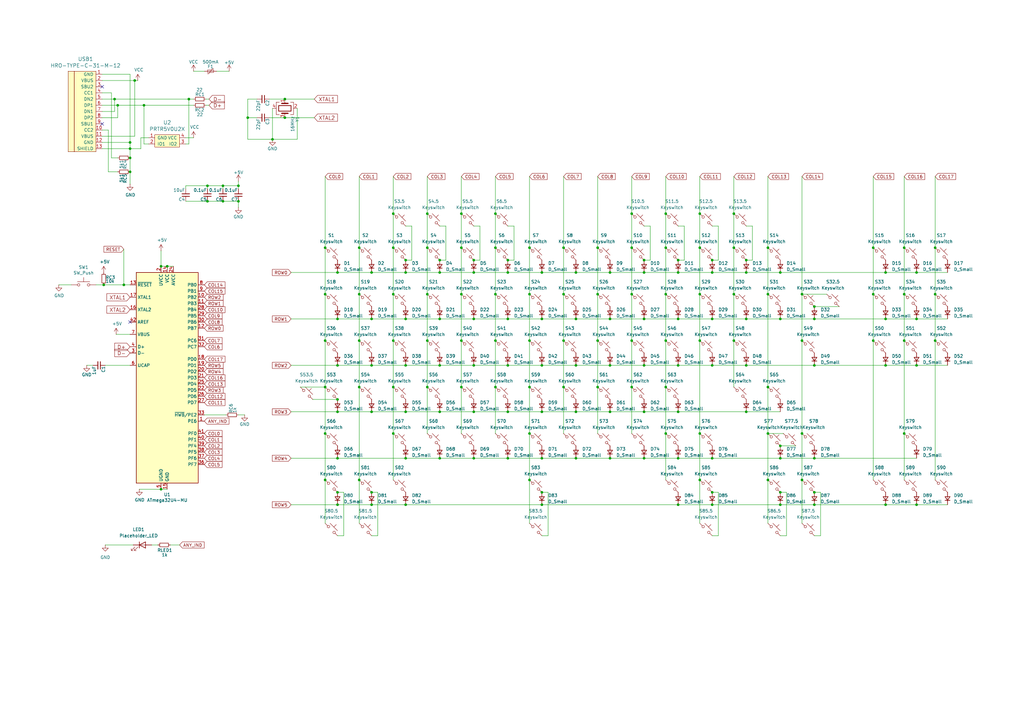
<source format=kicad_sch>
(kicad_sch (version 20250114) (generator "eeschema") (generator_version "9.0")
  (paper "A3")
  (junction (at 292.1 149.86))
  (junction (at 292.1 130.81))
  (junction (at 189.23 139.7))
  (junction (at 175.26 139.7))
  (junction (at 231.14 139.7))
  (junction (at 180.34 130.81))
  (junction (at 42.545 116.84))
  (junction (at 133.35 101.6))
  (junction (at 208.28 187.96))
  (junction (at 259.08 87.63))
  (junction (at 147.32 101.6))
  (junction (at 383.54 101.6))
  (junction (at 138.43 130.81))
  (junction (at 161.29 158.75))
  (junction (at 180.34 149.86))
  (junction (at 217.17 120.65))
  (junction (at 306.07 111.76))
  (junction (at 175.26 158.75))
  (junction (at 328.93 196.85))
  (junction (at 273.05 158.75))
  (junction (at 194.31 149.86))
  (junction (at 250.19 130.81))
  (junction (at 111.76 57.15))
  (junction (at 152.4 168.91))
  (junction (at 278.13 149.86))
  (junction (at 287.02 101.6))
  (junction (at 222.25 168.91))
  (junction (at 203.2 101.6))
  (junction (at 292.1 106.68))
  (junction (at 166.37 187.96))
  (junction (at 264.16 111.76))
  (junction (at 375.92 207.01))
  (junction (at 292.1 187.96))
  (junction (at 222.25 201.93))
  (junction (at 334.01 201.93))
  (junction (at 236.22 111.76))
  (junction (at 194.31 106.68))
  (junction (at 245.11 139.7))
  (junction (at 320.04 207.01))
  (junction (at 245.11 120.65))
  (junction (at 250.19 149.86))
  (junction (at 264.16 149.86))
  (junction (at 166.37 106.68))
  (junction (at 217.17 101.6))
  (junction (at 358.14 120.65))
  (junction (at 314.96 158.75))
  (junction (at 231.14 120.65))
  (junction (at 161.29 139.7))
  (junction (at 259.08 158.75))
  (junction (at 152.4 149.86))
  (junction (at 222.25 130.81))
  (junction (at 363.22 207.01))
  (junction (at 208.28 111.76))
  (junction (at 292.1 111.76))
  (junction (at 334.01 130.81))
  (junction (at 91.44 76.2))
  (junction (at 278.13 106.68))
  (junction (at 85.09 82.55))
  (junction (at 161.29 101.6))
  (junction (at 278.13 187.96))
  (junction (at 53.34 58.42))
  (junction (at 320.04 201.93))
  (junction (at 138.43 163.83))
  (junction (at 306.07 168.91))
  (junction (at 161.29 177.8))
  (junction (at 166.37 111.76))
  (junction (at 48.26 43.18))
  (junction (at 189.23 158.75))
  (junction (at 189.23 120.65))
  (junction (at 59.055 43.18))
  (junction (at 116.84 40.64))
  (junction (at 217.17 139.7))
  (junction (at 46.99 40.64))
  (junction (at 203.2 139.7))
  (junction (at 138.43 149.86))
  (junction (at 138.43 201.93))
  (junction (at 180.34 168.91))
  (junction (at 147.32 158.75))
  (junction (at 138.43 111.76))
  (junction (at 50.8 116.84))
  (junction (at 208.28 106.68))
  (junction (at 222.25 187.96))
  (junction (at 222.25 149.86))
  (junction (at 133.35 196.85))
  (junction (at 175.26 87.63))
  (junction (at 370.84 177.8))
  (junction (at 358.14 101.6))
  (junction (at 245.11 101.6))
  (junction (at 287.02 196.85))
  (junction (at 53.34 60.96))
  (junction (at 259.08 120.65))
  (junction (at 363.22 149.86))
  (junction (at 208.28 130.81))
  (junction (at 175.26 120.65))
  (junction (at 287.02 177.8))
  (junction (at 147.32 139.7))
  (junction (at 320.04 187.96))
  (junction (at 320.04 111.76))
  (junction (at 217.17 196.85))
  (junction (at 370.84 101.6))
  (junction (at 320.04 130.81))
  (junction (at 306.07 130.81))
  (junction (at 222.25 111.76))
  (junction (at 334.01 187.96))
  (junction (at 292.1 201.93))
  (junction (at 334.01 207.01))
  (junction (at 314.96 101.6))
  (junction (at 300.99 101.6))
  (junction (at 264.16 168.91))
  (junction (at 180.34 106.68))
  (junction (at 152.4 207.01))
  (junction (at 53.34 64.77))
  (junction (at 273.05 177.8))
  (junction (at 334.01 149.86))
  (junction (at 208.28 168.91))
  (junction (at 203.2 158.75))
  (junction (at 77.47 40.64))
  (junction (at 236.22 187.96))
  (junction (at 85.09 76.2))
  (junction (at 180.34 187.96))
  (junction (at 133.35 177.8))
  (junction (at 66.04 109.22))
  (junction (at 133.35 120.65))
  (junction (at 152.4 201.93))
  (junction (at 287.02 87.63))
  (junction (at 222.25 207.01))
  (junction (at 231.14 101.6))
  (junction (at 273.05 101.6))
  (junction (at 250.19 111.76))
  (junction (at 363.22 130.81))
  (junction (at 334.01 125.73))
  (junction (at 300.99 87.63))
  (junction (at 273.05 139.7))
  (junction (at 383.54 120.65))
  (junction (at 314.96 177.8))
  (junction (at 328.93 139.7))
  (junction (at 363.22 111.76))
  (junction (at 91.44 82.55))
  (junction (at 358.14 139.7))
  (junction (at 203.2 120.65))
  (junction (at 194.31 130.81))
  (junction (at 287.02 139.7))
  (junction (at 161.29 87.63))
  (junction (at 300.99 139.7))
  (junction (at 370.84 139.7))
  (junction (at 273.05 120.65))
  (junction (at 287.02 120.65))
  (junction (at 66.04 200.66))
  (junction (at 306.07 106.68))
  (junction (at 236.22 130.81))
  (junction (at 189.23 87.63))
  (junction (at 133.35 139.7))
  (junction (at 147.32 120.65))
  (junction (at 245.11 158.75))
  (junction (at 166.37 168.91))
  (junction (at 189.23 101.6))
  (junction (at 68.58 109.22))
  (junction (at 217.17 177.8))
  (junction (at 97.79 76.2))
  (junction (at 306.07 149.86))
  (junction (at 217.17 158.75))
  (junction (at 328.93 177.8))
  (junction (at 194.31 168.91))
  (junction (at 152.4 130.81))
  (junction (at 166.37 130.81))
  (junction (at 300.99 120.65))
  (junction (at 97.79 82.55))
  (junction (at 273.05 87.63))
  (junction (at 320.04 182.88))
  (junction (at 250.19 187.96))
  (junction (at 194.31 187.96))
  (junction (at 180.34 111.76))
  (junction (at 138.43 207.01))
  (junction (at 383.54 139.7))
  (junction (at 55.245 33.02))
  (junction (at 314.96 120.65))
  (junction (at 250.19 168.91))
  (junction (at 264.16 130.81))
  (junction (at 278.13 168.91))
  (junction (at 161.29 120.65))
  (junction (at 236.22 149.86))
  (junction (at 101.6 48.26))
  (junction (at 292.1 207.01))
  (junction (at 328.93 120.65))
  (junction (at 175.26 101.6))
  (junction (at 133.35 158.75))
  (junction (at 236.22 168.91))
  (junction (at 166.37 149.86))
  (junction (at 264.16 187.96))
  (junction (at 138.43 168.91))
  (junction (at 203.2 87.63))
  (junction (at 259.08 101.6))
  (junction (at 166.37 207.01))
  (junction (at 138.43 187.96))
  (junction (at 147.32 196.85))
  (junction (at 314.96 196.85))
  (junction (at 278.13 111.76))
  (junction (at 116.84 48.26))
  (junction (at 208.28 149.86))
  (junction (at 375.92 111.76))
  (junction (at 152.4 111.76))
  (junction (at 194.31 111.76))
  (junction (at 53.34 70.485))
  (junction (at 278.13 130.81))
  (junction (at 375.92 149.86))
  (junction (at 231.14 158.75))
  (junction (at 375.92 130.81))
  (junction (at 370.84 120.65))
  (junction (at 264.16 106.68))
  (junction (at 259.08 139.7))
  (junction (at 278.13 207.01))
  (no_connect (at 41.91 35.56))
  (no_connect (at 53.34 132.08))
  (no_connect (at 41.91 50.8))
  (wire (pts (xy 161.29 72.39) (xy 161.29 87.63)))
  (wire (pts (xy 358.14 120.65) (xy 358.14 139.7)))
  (wire (pts (xy 45.72 64.77) (xy 48.26 64.77)))
  (wire (pts (xy 166.37 130.81) (xy 180.34 130.81)))
  (wire (pts (xy 53.34 60.96) (xy 57.785 60.96)))
  (wire (pts (xy 208.28 111.76) (xy 222.25 111.76)))
  (wire (pts (xy 217.17 139.7) (xy 217.17 158.75)))
  (wire (pts (xy 154.94 201.93) (xy 154.94 219.71)))
  (wire (pts (xy 180.34 111.76) (xy 194.31 111.76)))
  (wire (pts (xy 189.23 87.63) (xy 189.23 101.6)))
  (wire (pts (xy 308.61 106.68) (xy 306.07 106.68)))
  (wire (pts (xy 180.34 149.86) (xy 194.31 149.86)))
  (wire (pts (xy 166.37 168.91) (xy 180.34 168.91)))
  (wire (pts (xy 79.375 56.515) (xy 76.2 56.515)))
  (wire (pts (xy 175.26 72.39) (xy 175.26 87.63)))
  (wire (pts (xy 121.92 57.15) (xy 121.92 44.45)))
  (wire (pts (xy 138.43 187.96) (xy 166.37 187.96)))
  (wire (pts (xy 287.02 177.8) (xy 287.02 196.85)))
  (wire (pts (xy 273.05 87.63) (xy 273.05 101.6)))
  (wire (pts (xy 259.08 139.7) (xy 259.08 158.75)))
  (wire (pts (xy 383.54 120.65) (xy 383.54 139.7)))
  (wire (pts (xy 76.2 82.55) (xy 85.09 82.55)))
  (wire (pts (xy 334.01 125.73) (xy 344.17 125.73)))
  (wire (pts (xy 152.4 168.91) (xy 166.37 168.91)))
  (wire (pts (xy 168.91 106.68) (xy 166.37 106.68)))
  (wire (pts (xy 46.99 40.64) (xy 77.47 40.64)))
  (wire (pts (xy 182.88 92.71) (xy 182.88 106.68)))
  (wire (pts (xy 264.16 130.81) (xy 278.13 130.81)))
  (wire (pts (xy 88.9 29.21) (xy 93.98 29.21)))
  (wire (pts (xy 245.11 101.6) (xy 245.11 120.65)))
  (wire (pts (xy 292.1 149.86) (xy 306.07 149.86)))
  (wire (pts (xy 85.725 43.18) (xy 84.455 43.18)))
  (wire (pts (xy 44.45 53.34) (xy 44.45 70.485)))
  (wire (pts (xy 314.96 158.75) (xy 314.96 177.8)))
  (wire (pts (xy 166.37 92.71) (xy 168.91 92.71)))
  (wire (pts (xy 152.4 130.81) (xy 166.37 130.81)))
  (wire (pts (xy 133.35 177.8) (xy 133.35 196.85)))
  (wire (pts (xy 245.11 72.39) (xy 245.11 101.6)))
  (wire (pts (xy 292.1 207.01) (xy 320.04 207.01)))
  (wire (pts (xy 196.85 106.68) (xy 194.31 106.68)))
  (wire (pts (xy 189.23 139.7) (xy 189.23 158.75)))
  (wire (pts (xy 306.07 168.91) (xy 320.04 168.91)))
  (wire (pts (xy 273.05 139.7) (xy 273.05 158.75)))
  (wire (pts (xy 320.04 111.76) (xy 363.22 111.76)))
  (wire (pts (xy 245.11 158.75) (xy 245.11 177.8)))
  (wire (pts (xy 217.17 177.8) (xy 217.17 196.85)))
  (wire (pts (xy 53.34 70.485) (xy 53.34 75.565)))
  (wire (pts (xy 166.37 111.76) (xy 180.34 111.76)))
  (wire (pts (xy 59.055 59.055) (xy 59.055 43.18)))
  (wire (pts (xy 222.25 111.76) (xy 236.22 111.76)))
  (wire (pts (xy 97.79 76.2) (xy 97.79 77.47)))
  (wire (pts (xy 287.02 139.7) (xy 287.02 177.8)))
  (wire (pts (xy 152.4 111.76) (xy 166.37 111.76)))
  (wire (pts (xy 59.055 43.18) (xy 79.375 43.18)))
  (wire (pts (xy 64.77 223.52) (xy 62.23 223.52)))
  (wire (pts (xy 85.09 76.2) (xy 91.44 76.2)))
  (wire (pts (xy 57.785 56.515) (xy 60.96 56.515)))
  (wire (pts (xy 175.26 139.7) (xy 175.26 158.75)))
  (wire (pts (xy 266.7 106.68) (xy 264.16 106.68)))
  (wire (pts (xy 45.72 64.77) (xy 45.72 38.1)))
  (wire (pts (xy 152.4 149.86) (xy 166.37 149.86)))
  (wire (pts (xy 111.76 57.15) (xy 111.76 44.45)))
  (wire (pts (xy 294.64 201.93) (xy 294.64 219.71)))
  (wire (pts (xy 133.35 101.6) (xy 133.35 120.65)))
  (wire (pts (xy 334.01 149.86) (xy 363.22 149.86)))
  (wire (pts (xy 154.94 219.71) (xy 152.4 219.71)))
  (wire (pts (xy 222.25 201.93) (xy 224.79 201.93)))
  (wire (pts (xy 66.04 102.87) (xy 66.04 109.22)))
  (wire (pts (xy 203.2 101.6) (xy 203.2 120.65)))
  (wire (pts (xy 314.96 177.8) (xy 314.96 196.85)))
  (wire (pts (xy 97.79 82.55) (xy 97.79 85.09)))
  (wire (pts (xy 259.08 87.63) (xy 259.08 101.6)))
  (wire (pts (xy 320.04 130.81) (xy 334.01 130.81)))
  (wire (pts (xy 41.91 48.26) (xy 48.26 48.26)))
  (wire (pts (xy 306.07 92.71) (xy 308.61 92.71)))
  (wire (pts (xy 328.93 139.7) (xy 328.93 120.65)))
  (wire (pts (xy 161.29 139.7) (xy 161.29 120.65)))
  (wire (pts (xy 358.14 101.6) (xy 358.14 120.65)))
  (wire (pts (xy 66.04 200.66) (xy 68.58 200.66)))
  (wire (pts (xy 236.22 149.86) (xy 250.19 149.86)))
  (wire (pts (xy 182.88 106.68) (xy 180.34 106.68)))
  (wire (pts (xy 358.14 72.39) (xy 358.14 101.6)))
  (wire (pts (xy 217.17 101.6) (xy 217.17 120.65)))
  (wire (pts (xy 175.26 101.6) (xy 175.26 120.65)))
  (wire (pts (xy 147.32 101.6) (xy 147.32 120.65)))
  (wire (pts (xy 328.93 177.8) (xy 328.93 196.85)))
  (wire (pts (xy 53.34 60.96) (xy 53.34 64.77)))
  (wire (pts (xy 133.35 196.85) (xy 133.35 214.63)))
  (wire (pts (xy 280.67 106.68) (xy 278.13 106.68)))
  (wire (pts (xy 383.54 101.6) (xy 383.54 120.65)))
  (wire (pts (xy 300.99 72.39) (xy 300.99 87.63)))
  (wire (pts (xy 41.91 53.34) (xy 44.45 53.34)))
  (wire (pts (xy 43.18 149.86) (xy 53.34 149.86)))
  (wire (pts (xy 48.26 43.18) (xy 41.91 43.18)))
  (wire (pts (xy 203.2 139.7) (xy 203.2 158.75)))
  (wire (pts (xy 180.34 168.91) (xy 194.31 168.91)))
  (wire (pts (xy 91.44 76.2) (xy 97.79 76.2)))
  (wire (pts (xy 264.16 187.96) (xy 278.13 187.96)))
  (wire (pts (xy 300.99 120.65) (xy 300.99 101.6)))
  (wire (pts (xy 152.4 201.93) (xy 154.94 201.93)))
  (wire (pts (xy 140.97 219.71) (xy 138.43 219.71)))
  (wire (pts (xy 180.34 130.81) (xy 194.31 130.81)))
  (wire (pts (xy 56.515 33.02) (xy 55.245 33.02)))
  (wire (pts (xy 375.92 130.81) (xy 388.62 130.81)))
  (wire (pts (xy 231.14 72.39) (xy 231.14 101.6)))
  (wire (pts (xy 236.22 130.81) (xy 250.19 130.81)))
  (wire (pts (xy 77.47 59.055) (xy 77.47 40.64)))
  (wire (pts (xy 175.26 158.75) (xy 175.26 177.8)))
  (wire (pts (xy 375.92 111.76) (xy 388.62 111.76)))
  (wire (pts (xy 300.99 139.7) (xy 300.99 120.65)))
  (wire (pts (xy 231.14 120.65) (xy 231.14 139.7)))
  (wire (pts (xy 358.14 139.7) (xy 358.14 196.85)))
  (wire (pts (xy 334.01 187.96) (xy 375.92 187.96)))
  (wire (pts (xy 328.93 120.65) (xy 339.09 120.65)))
  (wire (pts (xy 273.05 101.6) (xy 273.05 120.65)))
  (wire (pts (xy 180.34 92.71) (xy 182.88 92.71)))
  (wire (pts (xy 147.32 196.85) (xy 147.32 214.63)))
  (wire (pts (xy 111.76 57.15) (xy 121.92 57.15)))
  (wire (pts (xy 68.58 109.22) (xy 71.12 109.22)))
  (wire (pts (xy 292.1 201.93) (xy 294.64 201.93)))
  (wire (pts (xy 222.25 187.96) (xy 236.22 187.96)))
  (wire (pts (xy 292.1 92.71) (xy 294.64 92.71)))
  (wire (pts (xy 161.29 196.85) (xy 161.29 177.8)))
  (wire (pts (xy 203.2 158.75) (xy 203.2 177.8)))
  (wire (pts (xy 42.545 116.84) (xy 50.8 116.84)))
  (wire (pts (xy 189.23 101.6) (xy 189.23 120.65)))
  (wire (pts (xy 300.99 139.7) (xy 300.99 158.75)))
  (wire (pts (xy 370.84 101.6) (xy 370.84 120.65)))
  (wire (pts (xy 189.23 72.39) (xy 189.23 87.63)))
  (wire (pts (xy 45.72 38.1) (xy 41.91 38.1)))
  (wire (pts (xy 250.19 130.81) (xy 264.16 130.81)))
  (wire (pts (xy 147.32 158.75) (xy 147.32 196.85)))
  (wire (pts (xy 217.17 196.85) (xy 217.17 214.63)))
  (wire (pts (xy 84.455 40.64) (xy 85.725 40.64)))
  (wire (pts (xy 278.13 111.76) (xy 292.1 111.76)))
  (wire (pts (xy 110.49 40.64) (xy 116.84 40.64)))
  (wire (pts (xy 101.6 48.26) (xy 105.41 48.26)))
  (wire (pts (xy 203.2 87.63) (xy 203.2 101.6)))
  (wire (pts (xy 320.04 207.01) (xy 334.01 207.01)))
  (wire (pts (xy 119.38 130.81) (xy 138.43 130.81)))
  (wire (pts (xy 300.99 87.63) (xy 300.99 101.6)))
  (wire (pts (xy 314.96 101.6) (xy 314.96 120.65)))
  (wire (pts (xy 375.92 207.01) (xy 388.62 207.01)))
  (wire (pts (xy 41.91 55.88) (xy 55.245 55.88)))
  (wire (pts (xy 217.17 120.65) (xy 217.17 139.7)))
  (wire (pts (xy 320.04 182.88) (xy 326.39 182.88)))
  (wire (pts (xy 236.22 187.96) (xy 250.19 187.96)))
  (wire (pts (xy 328.93 196.85) (xy 328.93 214.63)))
  (wire (pts (xy 287.02 120.65) (xy 287.02 139.7)))
  (wire (pts (xy 116.84 40.64) (xy 128.905 40.64)))
  (wire (pts (xy 194.31 149.86) (xy 208.28 149.86)))
  (wire (pts (xy 203.2 72.39) (xy 203.2 87.63)))
  (wire (pts (xy 194.31 111.76) (xy 208.28 111.76)))
  (wire (pts (xy 334.01 130.81) (xy 363.22 130.81)))
  (wire (pts (xy 314.96 72.39) (xy 314.96 101.6)))
  (wire (pts (xy 119.38 168.91) (xy 138.43 168.91)))
  (wire (pts (xy 278.13 168.91) (xy 306.07 168.91)))
  (wire (pts (xy 119.38 111.76) (xy 138.43 111.76)))
  (wire (pts (xy 166.37 149.86) (xy 180.34 149.86)))
  (wire (pts (xy 278.13 149.86) (xy 292.1 149.86)))
  (wire (pts (xy 287.02 196.85) (xy 287.02 214.63)))
  (wire (pts (xy 336.55 201.93) (xy 336.55 219.71)))
  (wire (pts (xy 222.25 130.81) (xy 236.22 130.81)))
  (wire (pts (xy 57.785 60.96) (xy 57.785 56.515)))
  (wire (pts (xy 273.05 158.75) (xy 273.05 177.8)))
  (wire (pts (xy 292.1 187.96) (xy 320.04 187.96)))
  (wire (pts (xy 55.245 55.88) (xy 55.245 33.02)))
  (wire (pts (xy 43.18 223.52) (xy 54.61 223.52)))
  (wire (pts (xy 119.38 187.96) (xy 138.43 187.96)))
  (wire (pts (xy 189.23 158.75) (xy 189.23 177.8)))
  (wire (pts (xy 76.2 76.2) (xy 85.09 76.2)))
  (wire (pts (xy 250.19 187.96) (xy 264.16 187.96)))
  (wire (pts (xy 76.2 59.055) (xy 77.47 59.055)))
  (wire (pts (xy 336.55 219.71) (xy 334.01 219.71)))
  (wire (pts (xy 101.6 48.26) (xy 101.6 57.15)))
  (wire (pts (xy 123.19 158.75) (xy 133.35 158.75)))
  (wire (pts (xy 77.47 40.64) (xy 79.375 40.64)))
  (wire (pts (xy 44.45 70.485) (xy 48.26 70.485)))
  (wire (pts (xy 278.13 187.96) (xy 292.1 187.96)))
  (wire (pts (xy 314.96 196.85) (xy 314.96 214.63)))
  (wire (pts (xy 138.43 207.01) (xy 152.4 207.01)))
  (wire (pts (xy 57.15 200.66) (xy 66.04 200.66)))
  (wire (pts (xy 133.35 120.65) (xy 133.35 139.7)))
  (wire (pts (xy 308.61 92.71) (xy 308.61 106.68)))
  (wire (pts (xy 370.84 72.39) (xy 370.84 101.6)))
  (wire (pts (xy 180.34 187.96) (xy 194.31 187.96)))
  (wire (pts (xy 161.29 87.63) (xy 161.29 101.6)))
  (wire (pts (xy 91.44 82.55) (xy 97.79 82.55)))
  (wire (pts (xy 91.44 76.2) (xy 91.44 77.47)))
  (wire (pts (xy 292.1 130.81) (xy 306.07 130.81)))
  (wire (pts (xy 119.38 207.01) (xy 138.43 207.01)))
  (wire (pts (xy 306.07 149.86) (xy 334.01 149.86)))
  (wire (pts (xy 161.29 120.65) (xy 161.29 101.6)))
  (wire (pts (xy 101.6 57.15) (xy 111.76 57.15)))
  (wire (pts (xy 138.43 168.91) (xy 152.4 168.91)))
  (wire (pts (xy 280.67 92.71) (xy 280.67 106.68)))
  (wire (pts (xy 48.26 48.26) (xy 48.26 43.18)))
  (wire (pts (xy 166.37 207.01) (xy 222.25 207.01)))
  (wire (pts (xy 320.04 201.93) (xy 322.58 201.93)))
  (wire (pts (xy 161.29 158.75) (xy 161.29 139.7)))
  (wire (pts (xy 194.31 92.71) (xy 196.85 92.71)))
  (wire (pts (xy 60.96 59.055) (xy 59.055 59.055)))
  (wire (pts (xy 47.625 137.16) (xy 53.34 137.16)))
  (wire (pts (xy 363.22 111.76) (xy 375.92 111.76)))
  (wire (pts (xy 133.35 158.75) (xy 133.35 177.8)))
  (wire (pts (xy 53.34 64.77) (xy 53.34 70.485)))
  (wire (pts (xy 363.22 207.01) (xy 375.92 207.01)))
  (wire (pts (xy 161.29 177.8) (xy 161.29 158.75)))
  (wire (pts (xy 250.19 149.86) (xy 264.16 149.86)))
  (wire (pts (xy 294.64 92.71) (xy 294.64 106.68)))
  (wire (pts (xy 322.58 219.71) (xy 320.04 219.71)))
  (wire (pts (xy 287.02 101.6) (xy 287.02 120.65)))
  (wire (pts (xy 375.92 149.86) (xy 388.62 149.86)))
  (wire (pts (xy 147.32 72.39) (xy 147.32 101.6)))
  (wire (pts (xy 222.25 149.86) (xy 236.22 149.86)))
  (wire (pts (xy 224.79 219.71) (xy 222.25 219.71)))
  (wire (pts (xy 105.41 40.64) (xy 101.6 40.64)))
  (wire (pts (xy 175.26 87.63) (xy 175.26 101.6)))
  (wire (pts (xy 166.37 187.96) (xy 180.34 187.96)))
  (wire (pts (xy 76.2 76.2) (xy 76.2 77.47)))
  (wire (pts (xy 370.84 139.7) (xy 370.84 177.8)))
  (wire (pts (xy 245.11 120.65) (xy 245.11 139.7)))
  (wire (pts (xy 73.66 223.52) (xy 69.85 223.52)))
  (wire (pts (xy 194.31 168.91) (xy 208.28 168.91)))
  (wire (pts (xy 140.97 201.93) (xy 140.97 219.71)))
  (wire (pts (xy 287.02 87.63) (xy 287.02 101.6)))
  (wire (pts (xy 236.22 111.76) (xy 250.19 111.76)))
  (wire (pts (xy 273.05 120.65) (xy 273.05 139.7)))
  (wire (pts (xy 208.28 149.86) (xy 222.25 149.86)))
  (wire (pts (xy 273.05 177.8) (xy 273.05 196.85)))
  (wire (pts (xy 217.17 158.75) (xy 217.17 177.8)))
  (wire (pts (xy 245.11 139.7) (xy 245.11 158.75)))
  (wire (pts (xy 231.14 158.75) (xy 231.14 177.8)))
  (wire (pts (xy 273.05 72.39) (xy 273.05 87.63)))
  (wire (pts (xy 224.79 201.93) (xy 224.79 219.71)))
  (wire (pts (xy 29.21 116.84) (xy 24.13 116.84)))
  (wire (pts (xy 328.93 139.7) (xy 328.93 177.8)))
  (wire (pts (xy 196.85 92.71) (xy 196.85 106.68)))
  (wire (pts (xy 259.08 101.6) (xy 259.08 120.65)))
  (wire (pts (xy 79.375 29.21) (xy 83.82 29.21)))
  (wire (pts (xy 147.32 120.65) (xy 147.32 139.7)))
  (wire (pts (xy 175.26 120.65) (xy 175.26 139.7)))
  (wire (pts (xy 66.04 109.22) (xy 68.58 109.22)))
  (wire (pts (xy 147.32 139.7) (xy 147.32 158.75)))
  (wire (pts (xy 97.79 170.18) (xy 100.33 170.18)))
  (wire (pts (xy 128.27 163.83) (xy 138.43 163.83)))
  (wire (pts (xy 231.14 139.7) (xy 231.14 158.75)))
  (wire (pts (xy 210.82 92.71) (xy 210.82 106.68)))
  (wire (pts (xy 133.35 139.7) (xy 133.35 158.75)))
  (wire (pts (xy 334.01 207.01) (xy 363.22 207.01)))
  (wire (pts (xy 189.23 120.65) (xy 189.23 139.7)))
  (wire (pts (xy 46.99 45.72) (xy 41.91 45.72)))
  (wire (pts (xy 50.8 116.84) (xy 53.34 116.84)))
  (wire (pts (xy 250.19 168.91) (xy 264.16 168.91)))
  (wire (pts (xy 278.13 92.71) (xy 280.67 92.71)))
  (wire (pts (xy 46.99 40.64) (xy 46.99 45.72)))
  (wire (pts (xy 314.96 177.8) (xy 321.31 177.8)))
  (wire (pts (xy 41.91 30.48) (xy 53.34 30.48)))
  (wire (pts (xy 203.2 120.65) (xy 203.2 139.7)))
  (wire (pts (xy 370.84 177.8) (xy 370.84 196.85)))
  (wire (pts (xy 194.31 130.81) (xy 208.28 130.81)))
  (wire (pts (xy 314.96 120.65) (xy 314.96 158.75)))
  (wire (pts (xy 231.14 101.6) (xy 231.14 120.65)))
  (wire (pts (xy 306.07 130.81) (xy 320.04 130.81)))
  (wire (pts (xy 264.16 111.76) (xy 278.13 111.76)))
  (wire (pts (xy 97.79 74.295) (xy 97.79 76.2)))
  (wire (pts (xy 53.34 30.48) (xy 53.34 58.42)))
  (wire (pts (xy 41.91 60.96) (xy 53.34 60.96)))
  (wire (pts (xy 39.37 116.84) (xy 42.545 116.84)))
  (wire (pts (xy 259.08 72.39) (xy 259.08 87.63)))
  (wire (pts (xy 53.34 60.96) (xy 53.34 58.42)))
  (wire (pts (xy 259.08 158.75) (xy 259.08 177.8)))
  (wire (pts (xy 208.28 168.91) (xy 222.25 168.91)))
  (wire (pts (xy 217.17 72.39) (xy 217.17 101.6)))
  (wire (pts (xy 110.49 48.26) (xy 116.84 48.26)))
  (wire (pts (xy 320.04 187.96) (xy 334.01 187.96)))
  (wire (pts (xy 264.16 149.86) (xy 278.13 149.86)))
  (wire (pts (xy 41.91 40.64) (xy 46.99 40.64)))
  (wire (pts (xy 222.25 168.91) (xy 236.22 168.91)))
  (wire (pts (xy 48.26 43.18) (xy 59.055 43.18)))
  (wire (pts (xy 92.71 170.18) (xy 83.82 170.18)))
  (wire (pts (xy 208.28 92.71) (xy 210.82 92.71)))
  (wire (pts (xy 292.1 111.76) (xy 306.07 111.76)))
  (wire (pts (xy 294.64 106.68) (xy 292.1 106.68)))
  (wire (pts (xy 210.82 106.68) (xy 208.28 106.68)))
  (wire (pts (xy 383.54 139.7) (xy 383.54 196.85)))
  (wire (pts (xy 322.58 201.93) (xy 322.58 219.71)))
  (wire (pts (xy 116.84 48.26) (xy 128.905 48.26)))
  (wire (pts (xy 334.01 201.93) (xy 336.55 201.93)))
  (wire (pts (xy 152.4 207.01) (xy 166.37 207.01)))
  (wire (pts (xy 119.38 149.86) (xy 138.43 149.86)))
  (wire (pts (xy 250.19 111.76) (xy 264.16 111.76)))
  (wire (pts (xy 306.07 111.76) (xy 320.04 111.76)))
  (wire (pts (xy 264.16 168.91) (xy 278.13 168.91)))
  (wire (pts (xy 328.93 72.39) (xy 328.93 120.65)))
  (wire (pts (xy 294.64 219.71) (xy 292.1 219.71)))
  (wire (pts (xy 370.84 120.65) (xy 370.84 139.7)))
  (wire (pts (xy 259.08 120.65) (xy 259.08 139.7)))
  (wire (pts (xy 53.34 58.42) (xy 41.91 58.42)))
  (wire (pts (xy 363.22 130.81) (xy 375.92 130.81)))
  (wire (pts (xy 85.09 76.2) (xy 85.09 77.47)))
  (wire (pts (xy 266.7 92.71) (xy 266.7 106.68)))
  (wire (pts (xy 208.28 130.81) (xy 222.25 130.81)))
  (wire (pts (xy 236.22 168.91) (xy 250.19 168.91)))
  (wire (pts (xy 101.6 40.64) (xy 101.6 48.26)))
  (wire (pts (xy 264.16 92.71) (xy 266.7 92.71)))
  (wire (pts (xy 278.13 130.81) (xy 292.1 130.81)))
  (wire (pts (xy 138.43 130.81) (xy 152.4 130.81)))
  (wire (pts (xy 133.35 72.39) (xy 133.35 101.6)))
  (wire (pts (xy 208.28 187.96) (xy 222.25 187.96)))
  (wire (pts (xy 50.8 102.235) (xy 50.8 116.84)))
  (wire (pts (xy 194.31 187.96) (xy 208.28 187.96)))
  (wire (pts (xy 35.56 149.86) (xy 38.1 149.86)))
  (wire (pts (xy 383.54 72.39) (xy 383.54 101.6)))
  (wire (pts (xy 55.245 33.02) (xy 41.91 33.02)))
  (wire (pts (xy 363.22 149.86) (xy 375.92 149.86)))
  (wire (pts (xy 85.09 82.55) (xy 91.44 82.55)))
  (wire (pts (xy 278.13 207.01) (xy 292.1 207.01)))
  (wire (pts (xy 222.25 207.01) (xy 278.13 207.01)))
  (wire (pts (xy 138.43 111.76) (xy 152.4 111.76)))
  (wire (pts (xy 287.02 72.39) (xy 287.02 87.63)))
  (wire (pts (xy 138.43 201.93) (xy 140.97 201.93)))
  (wire (pts (xy 168.91 92.71) (xy 168.91 106.68)))
  (wire (pts (xy 138.43 149.86) (xy 152.4 149.86)))
  (global_label "COL17" (shape input) (at 383.54 72.39 0) (property "Intersheetrefs" "${INTERSHEET_REFS}" (effects (hide yes))))
  (global_label "COL11" (shape input) (at 83.82 165.1 0) (property "Intersheetrefs" "${INTERSHEET_REFS}" (effects (hide yes))))
  (global_label "COL13" (shape input) (at 314.96 72.39 0) (property "Intersheetrefs" "${INTERSHEET_REFS}" (effects (hide yes))))
  (global_label "ROW3" (shape input) (at 83.82 160.02 0) (property "Intersheetrefs" "${INTERSHEET_REFS}" (effects (hide yes))))
  (global_label "D-" (shape input) (at 53.34 144.78 180) (effects (font (size 1.524 1.524))) (property "Intersheetrefs" "${INTERSHEET_REFS}" (effects (hide yes))))
  (global_label "D+" (shape input) (at 85.725 43.18 0) (effects (font (size 1.524 1.524))) (property "Intersheetrefs" "${INTERSHEET_REFS}" (effects (hide yes))))
  (global_label "ROW4" (shape input) (at 83.82 152.4 0) (property "Intersheetrefs" "${INTERSHEET_REFS}" (effects (hide yes))))
  (global_label "COL0" (shape input) (at 83.82 177.8 0) (property "Intersheetrefs" "${INTERSHEET_REFS}" (effects (hide yes))))
  (global_label "XTAL2" (shape input) (at 53.34 127 180) (effects (font (size 1.524 1.524))) (property "Intersheetrefs" "${INTERSHEET_REFS}" (effects (hide yes))))
  (global_label "COL14" (shape input) (at 328.93 72.39 0) (property "Intersheetrefs" "${INTERSHEET_REFS}" (effects (hide yes))))
  (global_label "COL1" (shape input) (at 147.32 72.39 0) (property "Intersheetrefs" "${INTERSHEET_REFS}" (effects (hide yes))))
  (global_label "ROW1" (shape input) (at 119.38 130.81 180) (property "Intersheetrefs" "${INTERSHEET_REFS}" (effects (hide yes))))
  (global_label "ANY_IND" (shape input) (at 73.66 223.52 0) (property "Intersheetrefs" "${INTERSHEET_REFS}" (effects (hide yes))))
  (global_label "RESET" (shape input) (at 50.8 102.235 180) (property "Intersheetrefs" "${INTERSHEET_REFS}" (effects (hide yes))))
  (global_label "ROW4" (shape input) (at 119.38 187.96 180) (property "Intersheetrefs" "${INTERSHEET_REFS}" (effects (hide yes))))
  (global_label "COL9" (shape input) (at 83.82 129.54 0) (property "Intersheetrefs" "${INTERSHEET_REFS}" (effects (hide yes))))
  (global_label "D+" (shape input) (at 53.34 142.24 180) (effects (font (size 1.524 1.524))) (property "Intersheetrefs" "${INTERSHEET_REFS}" (effects (hide yes))))
  (global_label "ROW1" (shape input) (at 83.82 124.46 0) (property "Intersheetrefs" "${INTERSHEET_REFS}" (effects (hide yes))))
  (global_label "COL16" (shape input) (at 370.84 72.39 0) (property "Intersheetrefs" "${INTERSHEET_REFS}" (effects (hide yes))))
  (global_label "COL6" (shape input) (at 217.17 72.39 0) (property "Intersheetrefs" "${INTERSHEET_REFS}" (effects (hide yes))))
  (global_label "COL7" (shape input) (at 231.14 72.39 0) (property "Intersheetrefs" "${INTERSHEET_REFS}" (effects (hide yes))))
  (global_label "ANY_IND" (shape input) (at 83.82 172.72 0) (property "Intersheetrefs" "${INTERSHEET_REFS}" (effects (hide yes))))
  (global_label "COL8" (shape input) (at 83.82 132.08 0) (property "Intersheetrefs" "${INTERSHEET_REFS}" (effects (hide yes))))
  (global_label "XTAL2" (shape input) (at 128.905 48.26 0) (effects (font (size 1.524 1.524))) (property "Intersheetrefs" "${INTERSHEET_REFS}" (effects (hide yes))))
  (global_label "ROW2" (shape input) (at 83.82 121.92 0) (property "Intersheetrefs" "${INTERSHEET_REFS}" (effects (hide yes))))
  (global_label "COL5" (shape input) (at 83.82 190.5 0) (property "Intersheetrefs" "${INTERSHEET_REFS}" (effects (hide yes))))
  (global_label "COL4" (shape input) (at 83.82 187.96 0) (property "Intersheetrefs" "${INTERSHEET_REFS}" (effects (hide yes))))
  (global_label "COL6" (shape input) (at 83.82 142.24 0) (property "Intersheetrefs" "${INTERSHEET_REFS}" (effects (hide yes))))
  (global_label "COL9" (shape input) (at 259.08 72.39 0) (property "Intersheetrefs" "${INTERSHEET_REFS}" (effects (hide yes))))
  (global_label "COL14" (shape input) (at 83.82 116.84 0) (property "Intersheetrefs" "${INTERSHEET_REFS}" (effects (hide yes))))
  (global_label "COL1" (shape input) (at 83.82 180.34 0) (property "Intersheetrefs" "${INTERSHEET_REFS}" (effects (hide yes))))
  (global_label "COL4" (shape input) (at 189.23 72.39 0) (property "Intersheetrefs" "${INTERSHEET_REFS}" (effects (hide yes))))
  (global_label "XTAL1" (shape input) (at 53.34 121.92 180) (effects (font (size 1.524 1.524))) (property "Intersheetrefs" "${INTERSHEET_REFS}" (effects (hide yes))))
  (global_label "COL3" (shape input) (at 175.26 72.39 0) (property "Intersheetrefs" "${INTERSHEET_REFS}" (effects (hide yes))))
  (global_label "XTAL1" (shape input) (at 128.905 40.64 0) (effects (font (size 1.524 1.524))) (property "Intersheetrefs" "${INTERSHEET_REFS}" (effects (hide yes))))
  (global_label "COL11" (shape input) (at 287.02 72.39 0) (property "Intersheetrefs" "${INTERSHEET_REFS}" (effects (hide yes))))
  (global_label "ROW0" (shape input) (at 83.82 134.62 0) (property "Intersheetrefs" "${INTERSHEET_REFS}" (effects (hide yes))))
  (global_label "COL12" (shape input) (at 300.99 72.39 0) (property "Intersheetrefs" "${INTERSHEET_REFS}" (effects (hide yes))))
  (global_label "COL2" (shape input) (at 161.29 72.39 0) (property "Intersheetrefs" "${INTERSHEET_REFS}" (effects (hide yes))))
  (global_label "COL8" (shape input) (at 245.11 72.39 0) (property "Intersheetrefs" "${INTERSHEET_REFS}" (effects (hide yes))))
  (global_label "ROW3" (shape input) (at 119.38 168.91 180) (property "Intersheetrefs" "${INTERSHEET_REFS}" (effects (hide yes))))
  (global_label "COL15" (shape input) (at 83.82 119.38 0) (property "Intersheetrefs" "${INTERSHEET_REFS}" (effects (hide yes))))
  (global_label "COL15" (shape input) (at 358.14 72.39 0) (property "Intersheetrefs" "${INTERSHEET_REFS}" (effects (hide yes))))
  (global_label "COL13" (shape input) (at 83.82 157.48 0) (property "Intersheetrefs" "${INTERSHEET_REFS}" (effects (hide yes))))
  (global_label "COL3" (shape input) (at 83.82 185.42 0) (property "Intersheetrefs" "${INTERSHEET_REFS}" (effects (hide yes))))
  (global_label "D-" (shape input) (at 85.725 40.64 0) (effects (font (size 1.524 1.524))) (property "Intersheetrefs" "${INTERSHEET_REFS}" (effects (hide yes))))
  (global_label "COL17" (shape input) (at 83.82 147.32 0) (property "Intersheetrefs" "${INTERSHEET_REFS}" (effects (hide yes))))
  (global_label "ROW0" (shape input) (at 119.38 111.76 180) (property "Intersheetrefs" "${INTERSHEET_REFS}" (effects (hide yes))))
  (global_label "ROW5" (shape input) (at 83.82 149.86 0) (property "Intersheetrefs" "${INTERSHEET_REFS}" (effects (hide yes))))
  (global_label "COL5" (shape input) (at 203.2 72.39 0) (property "Intersheetrefs" "${INTERSHEET_REFS}" (effects (hide yes))))
  (global_label "COL16" (shape input) (at 83.82 154.94 0) (property "Intersheetrefs" "${INTERSHEET_REFS}" (effects (hide yes))))
  (global_label "ROW5" (shape input) (at 119.38 207.01 180) (property "Intersheetrefs" "${INTERSHEET_REFS}" (effects (hide yes))))
  (global_label "ROW2" (shape input) (at 119.38 149.86 180) (property "Intersheetrefs" "${INTERSHEET_REFS}" (effects (hide yes))))
  (global_label "COL2" (shape input) (at 83.82 182.88 0) (property "Intersheetrefs" "${INTERSHEET_REFS}" (effects (hide yes))))
  (global_label "COL7" (shape input) (at 83.82 139.7 0) (property "Intersheetrefs" "${INTERSHEET_REFS}" (effects (hide yes))))
  (global_label "COL0" (shape input) (at 133.35 72.39 0) (property "Intersheetrefs" "${INTERSHEET_REFS}" (effects (hide yes))))
  (global_label "COL10" (shape input) (at 273.05 72.39 0) (property "Intersheetrefs" "${INTERSHEET_REFS}" (effects (hide yes))))
  (global_label "COL12" (shape input) (at 83.82 162.56 0) (property "Intersheetrefs" "${INTERSHEET_REFS}" (effects (hide yes))))
  (global_label "COL10" (shape input) (at 83.82 127 0) (property "Intersheetrefs" "${INTERSHEET_REFS}" (effects (hide yes))))
  (symbol (lib_id "Device:Polyfuse_Small") (at 86.36 29.21 270) (unit 1)
    (property "Reference" "F1" (at 86.36 27.305 90))
    (property "Value" "500mA" (at 86.36 25.4 90))
    (property "Footprint" "Fuse:Fuse_1206_3216Metric" (effects (hide yes)))
  )
  (symbol (lib_id "Device:R_Small") (at 81.915 40.64 270) (unit 1)
    (property "Reference" "RC1" (at 80.01 38.735 90) (effects (justify left)))
    (property "Value" "22" (at 80.518 36.83 90) (effects (justify left)))
    (property "Footprint" "locallib:R_0603" (effects (hide yes)))
  )
  (symbol (lib_id "Device:R_Small") (at 81.915 43.18 90) (unit 1)
    (property "Reference" "RC2" (at 83.82 45.085 90) (effects (justify left)))
    (property "Value" "22" (at 83.312 46.99 90) (effects (justify left)))
    (property "Footprint" "locallib:R_0603" (effects (hide yes)))
  )
  (symbol (lib_id "Device:R_Small") (at 42.545 114.3 0) (unit 1)
    (property "Reference" "RC3" (at 43.307 113.792 0) (effects (justify left)))
    (property "Value" "10k" (at 43.307 115.316 0) (effects (justify left)))
    (property "Footprint" "locallib:R_0603" (effects (hide yes)))
  )
  (symbol (lib_id "Device:C_Small") (at 40.64 149.86 270) (unit 1)
    (property "Reference" "C1" (at 42.418 150.114 0) (effects (justify left)))
    (property "Value" "1uF" (at 38.608 150.114 0) (effects (justify left)))
    (property "Footprint" "locallib:C_0603" (effects (hide yes)))
  )
  (symbol (lib_id "power:GND") (at 35.56 149.86 0) (unit 1)
    (property "Reference" "#PWR08" (effects (hide yes)))
    (property "Value" "GND" (at 35.56 153.67 0))
  )
  (symbol (lib_id "Device:Crystal_GND24") (at 116.84 44.45 270) (unit 1)
    (property "Reference" "Y1" (at 121.92 47.625 0) (effects (justify left)))
    (property "Value" "16MHz" (at 120.015 47.625 0) (effects (justify left)))
    (property "Footprint" "Crystal:Crystal_SMD_3225-4Pin_3.2x2.5mm" (effects (hide yes)))
  )
  (symbol (lib_id "power:GND") (at 111.76 57.15 0) (unit 1)
    (property "Reference" "#PWR09" (effects (hide yes)))
    (property "Value" "GND" (at 111.76 60.96 0))
  )
  (symbol (lib_id "Device:C_Small") (at 107.95 40.64 270) (unit 1)
    (property "Reference" "C2" (at 109.728 40.894 0) (effects (justify left)))
    (property "Value" "22pF" (at 105.918 40.894 0) (effects (justify left)))
    (property "Footprint" "locallib:C_0603" (effects (hide yes)))
  )
  (symbol (lib_id "Device:C_Small") (at 107.95 48.26 270) (unit 1)
    (property "Reference" "C3" (at 109.728 48.514 0) (effects (justify left)))
    (property "Value" "22pF" (at 105.918 48.514 0) (effects (justify left)))
    (property "Footprint" "locallib:C_0603" (effects (hide yes)))
  )
  (symbol (lib_id "Device:R_Small") (at 95.25 170.18 90) (unit 1)
    (property "Reference" "RC6" (at 94.742 169.418 0) (effects (justify left)))
    (property "Value" "1k" (at 96.266 169.418 0) (effects (justify left)))
    (property "Footprint" "locallib:R_0603" (effects (hide yes)))
  )
  (symbol (lib_id "Device:C_Small") (at 85.09 80.01 180) (unit 1)
    (property "Reference" "C5" (at 84.836 81.788 0) (effects (justify left)))
    (property "Value" "0.1uF" (at 84.836 77.978 0) (effects (justify left)))
    (property "Footprint" "locallib:C_0603" (effects (hide yes)))
  )
  (symbol (lib_id "Device:C_Small") (at 91.44 80.01 180) (unit 1)
    (property "Reference" "C6" (at 91.186 81.788 0) (effects (justify left)))
    (property "Value" "0.1uF" (at 91.186 77.978 0) (effects (justify left)))
    (property "Footprint" "locallib:C_0603" (effects (hide yes)))
  )
  (symbol (lib_id "Device:C_Small") (at 97.79 80.01 180) (unit 1)
    (property "Reference" "C7" (at 97.536 81.788 0) (effects (justify left)))
    (property "Value" "0.1uF" (at 97.536 77.978 0) (effects (justify left)))
    (property "Footprint" "locallib:C_0603" (effects (hide yes)))
  )
  (symbol (lib_id "Device:C_Small") (at 76.2 80.01 180) (unit 1)
    (property "Reference" "C4" (at 75.946 81.788 0) (effects (justify left)))
    (property "Value" "10uF" (at 75.946 77.978 0) (effects (justify left)))
    (property "Footprint" "locallib:C_0603" (effects (hide yes)))
  )
  (symbol (lib_id "Type-C:HRO-TYPE-C-31-M-12") (at 39.37 44.45 0) (unit 1)
    (property "Reference" "USB1" (at 35.0774 24.2062 0) (effects (font (size 1.524 1.524))))
    (property "Value" "HRO-TYPE-C-31-M-12" (at 35.0774 26.8986 0) (effects (font (size 1.524 1.524))))
    (property "Footprint" "Type-C:HRO-TYPE-C-31-M-12-Assembly" (effects (hide yes)))
  )
  (symbol (lib_id "Switch:SW_Push") (at 34.29 116.84 0) (unit 1)
    (property "Reference" "SW1" (at 34.29 109.601 0))
    (property "Value" "SW_Push" (at 34.29 111.9124 0))
    (property "Footprint" "random-keyboard-parts:SKQG-1155865" (effects (hide yes)))
  )
  (symbol (lib_id "power:GND") (at 24.13 116.84 0) (unit 1)
    (property "Reference" "#PWR0106" (effects (hide yes)))
    (property "Value" "GND" (at 24.257 121.2342 0))
  )
  (symbol (lib_id "MCU_Microchip_ATmega:ATmega32U4-MU") (at 68.58 154.94 0) (unit 1)
    (property "Reference" "U1" (at 68.58 202.8444 0))
    (property "Value" "ATmega32U4-MU" (at 68.58 205.1558 0))
    (property "Footprint" "locallib:QFN-44-1EP_7x7mm_Pitch0.5mm" (effects (hide yes)))
    (property "Datasheet" "http://ww1.microchip.com/downloads/en/DeviceDoc/Atmel-7766-8-bit-AVR-ATmega16U4-32U4_Datasheet.pdf" (effects (hide yes)))
  )
  (symbol (lib_id "power:+5V") (at 47.625 137.16 0) (unit 1)
    (property "Reference" "#PWR0104" (effects (hide yes)))
    (property "Value" "+5V" (at 48.006 132.7658 0))
  )
  (symbol (lib_id "power:+5V") (at 66.04 102.87 0) (unit 1)
    (property "Reference" "#PWR0105" (effects (hide yes)))
    (property "Value" "+5V" (at 66.421 98.4758 0))
  )
  (symbol (lib_id "power:GND") (at 57.15 200.66 0) (unit 1)
    (property "Reference" "#PWR0145" (effects (hide yes)))
    (property "Value" "GND" (at 57.277 205.0542 0))
  )
  (symbol (lib_id "power:+5V") (at 42.545 111.76 0) (unit 1)
    (property "Reference" "#PWR0103" (effects (hide yes)))
    (property "Value" "+5V" (at 42.926 107.3658 0))
  )
  (symbol (lib_id "Device:R_Small") (at 50.8 64.77 270) (unit 1)
    (property "Reference" "RC4" (at 51.308 65.532 0) (effects (justify left)))
    (property "Value" "5k1" (at 49.784 65.532 0) (effects (justify left)))
    (property "Footprint" "locallib:R_0603" (effects (hide yes)))
  )
  (symbol (lib_id "Device:R_Small") (at 50.8 70.485 270) (unit 1)
    (property "Reference" "RC5" (at 51.308 71.247 0) (effects (justify left)))
    (property "Value" "5k1" (at 49.784 71.247 0) (effects (justify left)))
    (property "Footprint" "locallib:R_0603" (effects (hide yes)))
  )
  (symbol (lib_id "Device:D_Small") (at 222.25 185.42 90) (unit 1)
    (property "Reference" "D71" (at 224.79 184.1499 90) (effects (justify right)))
    (property "Value" "D_Small" (at 224.79 186.6899 90) (effects (justify right)))
    (property "Footprint" "Diode_SMD:D_SOD-123" (effects (hide yes)))
    (property "Description" "Diode, small symbol" (effects (hide yes)))
    (property "Sim.Device" "D" (effects (hide yes)))
    (property "Sim.Pins" "1=K 2=A" (effects (hide yes)))
  )
  (symbol (lib_id "ScottoKeebs:Placeholder_Keyswitch") (at 135.89 217.17 0) (unit 1)
    (property "Reference" "S80.5" (at 135.89 209.55 0))
    (property "Value" "Keyswitch" (at 135.89 212.09 0))
    (property "Footprint" "ScottoKeebs_MX:MX_PCB_1.25u" (effects (hide yes)))
    (property "Description" "Push button switch, normally open, two pins, 45° tilted" (effects (hide yes)))
  )
  (symbol (lib_id "Device:D_Small") (at 152.4 128.27 90) (unit 1)
    (property "Reference" "D19" (at 154.94 126.9999 90) (effects (justify right)))
    (property "Value" "D_Small" (at 154.94 129.5399 90) (effects (justify right)))
    (property "Footprint" "Diode_SMD:D_SOD-123" (effects (hide yes)))
    (property "Description" "Diode, small symbol" (effects (hide yes)))
    (property "Sim.Device" "D" (effects (hide yes)))
    (property "Sim.Pins" "1=K 2=A" (effects (hide yes)))
  )
  (symbol (lib_id "ScottoKeebs:Placeholder_Keyswitch") (at 135.89 199.39 0) (unit 1)
    (property "Reference" "S80" (at 135.89 191.77 0))
    (property "Value" "Keyswitch" (at 135.89 194.31 0))
    (property "Footprint" "ScottoKeebs_MX:MX_PCB_1.50u" (effects (hide yes)))
    (property "Description" "Push button switch, normally open, two pins, 45° tilted" (effects (hide yes)))
  )
  (symbol (lib_id "ScottoKeebs:Placeholder_Keyswitch") (at 205.74 90.17 0) (unit 1)
    (property "Reference" "S6.5" (at 205.74 82.55 0))
    (property "Value" "Keyswitch" (at 205.74 85.09 0))
    (property "Footprint" "ScottoKeebs_MX:MX_PCB_1.00u" (effects (hide yes)))
    (property "Description" "Push button switch, normally open, two pins, 45° tilted" (effects (hide yes)))
  )
  (symbol (lib_id "Device:D_Small") (at 194.31 147.32 90) (unit 1)
    (property "Reference" "D40" (at 196.85 146.0499 90) (effects (justify right)))
    (property "Value" "D_Small" (at 196.85 148.5899 90) (effects (justify right)))
    (property "Footprint" "Diode_SMD:D_SOD-123" (effects (hide yes)))
    (property "Description" "Diode, small symbol" (effects (hide yes)))
    (property "Sim.Device" "D" (effects (hide yes)))
    (property "Sim.Pins" "1=K 2=A" (effects (hide yes)))
  )
  (symbol (lib_id "ScottoKeebs:Placeholder_Keyswitch") (at 373.38 180.34 0) (unit 1)
    (property "Reference" "S79" (at 373.38 172.72 0))
    (property "Value" "Keyswitch" (at 373.38 175.26 0))
    (property "Footprint" "ScottoKeebs_MX:MX_PCB_1.00u" (effects (hide yes)))
    (property "Description" "Push button switch, normally open, two pins, 45° tilted" (effects (hide yes)))
  )
  (symbol (lib_id "ScottoKeebs:Placeholder_Keyswitch") (at 341.63 123.19 0) (unit 1)
    (property "Reference" "S32.5" (at 341.63 115.57 0))
    (property "Value" "Keyswitch" (at 341.63 118.11 0))
    (property "Footprint" "ScottoKeebs_MX:MX_PCB_1.00u" (effects (hide yes)))
    (property "Description" "Push button switch, normally open, two pins, 45° tilted" (effects (hide yes)))
  )
  (symbol (lib_id "ScottoKeebs:Placeholder_Keyswitch") (at 275.59 123.19 0) (unit 1)
    (property "Reference" "S28" (at 275.59 115.57 0))
    (property "Value" "Keyswitch" (at 275.59 118.11 0))
    (property "Footprint" "ScottoKeebs_MX:MX_PCB_1.00u" (effects (hide yes)))
    (property "Description" "Push button switch, normally open, two pins, 45° tilted" (effects (hide yes)))
  )
  (symbol (lib_id "ScottoKeebs:Placeholder_Keyswitch") (at 289.56 180.34 0) (unit 1)
    (property "Reference" "S76" (at 289.56 172.72 0))
    (property "Value" "Keyswitch" (at 289.56 175.26 0))
    (property "Footprint" "ScottoKeebs_MX:MX_PCB_1.00u" (effects (hide yes)))
    (property "Description" "Push button switch, normally open, two pins, 45° tilted" (effects (hide yes)))
  )
  (symbol (lib_id "ScottoKeebs:Placeholder_Keyswitch") (at 386.08 104.14 0) (unit 1)
    (property "Reference" "S17" (at 386.08 96.52 0))
    (property "Value" "Keyswitch" (at 386.08 99.06 0))
    (property "Footprint" "ScottoKeebs_MX:MX_PCB_1.00u" (effects (hide yes)))
    (property "Description" "Push button switch, normally open, two pins, 45° tilted" (effects (hide yes)))
  )
  (symbol (lib_id "ScottoKeebs:Placeholder_Keyswitch") (at 149.86 161.29 0) (unit 1)
    (property "Reference" "S54" (at 149.86 153.67 0))
    (property "Value" "Keyswitch" (at 149.86 156.21 0))
    (property "Footprint" "ScottoKeebs_MX:MX_PCB_1.00u" (effects (hide yes)))
    (property "Description" "Push button switch, normally open, two pins, 45° tilted" (effects (hide yes)))
  )
  (symbol (lib_id "ScottoKeebs:Placeholder_Keyswitch") (at 373.38 123.19 0) (unit 1)
    (property "Reference" "S34" (at 373.38 115.57 0))
    (property "Value" "Keyswitch" (at 373.38 118.11 0))
    (property "Footprint" "ScottoKeebs_MX:MX_PCB_1.00u" (effects (hide yes)))
    (property "Description" "Push button switch, normally open, two pins, 45° tilted" (effects (hide yes)))
  )
  (symbol (lib_id "ScottoKeebs:Placeholder_Keyswitch") (at 247.65 123.19 0) (unit 1)
    (property "Reference" "S26" (at 247.65 115.57 0))
    (property "Value" "Keyswitch" (at 247.65 118.11 0))
    (property "Footprint" "ScottoKeebs_MX:MX_PCB_1.00u" (effects (hide yes)))
    (property "Description" "Push button switch, normally open, two pins, 45° tilted" (effects (hide yes)))
  )
  (symbol (lib_id "Device:D_Small") (at 306.07 147.32 90) (unit 1)
    (property "Reference" "D48" (at 308.61 146.0499 90) (effects (justify right)))
    (property "Value" "D_Small" (at 308.61 148.5899 90) (effects (justify right)))
    (property "Footprint" "Diode_SMD:D_SOD-123" (effects (hide yes)))
    (property "Description" "Diode, small symbol" (effects (hide yes)))
    (property "Sim.Device" "D" (effects (hide yes)))
    (property "Sim.Pins" "1=K 2=A" (effects (hide yes)))
  )
  (symbol (lib_id "Device:D_Small") (at 292.1 147.32 90) (unit 1)
    (property "Reference" "D47" (at 294.64 146.0499 90) (effects (justify right)))
    (property "Value" "D_Small" (at 294.64 148.5899 90) (effects (justify right)))
    (property "Footprint" "Diode_SMD:D_SOD-123" (effects (hide yes)))
    (property "Description" "Diode, small symbol" (effects (hide yes)))
    (property "Sim.Device" "D" (effects (hide yes)))
    (property "Sim.Pins" "1=K 2=A" (effects (hide yes)))
  )
  (symbol (lib_id "Device:D_Small") (at 138.43 204.47 90) (unit 1)
    (property "Reference" "D80" (at 140.97 203.1999 90) (effects (justify right)))
    (property "Value" "D_Small" (at 140.97 205.7399 90) (effects (justify right)))
    (property "Footprint" "Diode_SMD:D_SOD-123" (effects (hide yes)))
    (property "Description" "Diode, small symbol" (effects (hide yes)))
    (property "Sim.Device" "D" (effects (hide yes)))
    (property "Sim.Pins" "1=K 2=A" (effects (hide yes)))
  )
  (symbol (lib_id "ScottoKeebs:Placeholder_Keyswitch") (at 149.86 104.14 0) (unit 1)
    (property "Reference" "S2" (at 149.86 96.52 0))
    (property "Value" "Keyswitch" (at 149.86 99.06 0))
    (property "Footprint" "ScottoKeebs_MX:MX_PCB_1.00u" (effects (hide yes)))
    (property "Description" "Push button switch, normally open, two pins, 45° tilted" (effects (hide yes)))
  )
  (symbol (lib_id "ScottoKeebs:Placeholder_Keyswitch") (at 360.68 123.19 0) (unit 1)
    (property "Reference" "S33" (at 360.68 115.57 0))
    (property "Value" "Keyswitch" (at 360.68 118.11 0))
    (property "Footprint" "ScottoKeebs_MX:MX_PCB_1.00u" (effects (hide yes)))
    (property "Description" "Push button switch, normally open, two pins, 45° tilted" (effects (hide yes)))
  )
  (symbol (lib_id "ScottoKeebs:Placeholder_Keyswitch") (at 219.71 123.19 0) (unit 1)
    (property "Reference" "S24" (at 219.71 115.57 0))
    (property "Value" "Keyswitch" (at 219.71 118.11 0))
    (property "Footprint" "ScottoKeebs_MX:MX_PCB_1.00u" (effects (hide yes)))
    (property "Description" "Push button switch, normally open, two pins, 45° tilted" (effects (hide yes)))
  )
  (symbol (lib_id "ScottoKeebs:Placeholder_Keyswitch") (at 219.71 217.17 0) (unit 1)
    (property "Reference" "S83.5" (at 219.71 209.55 0))
    (property "Value" "Keyswitch" (at 219.71 212.09 0))
    (property "Footprint" "ScottoKeebs_MX:MX_PCB_7.00u" (effects (hide yes)))
    (property "Description" "Push button switch, normally open, two pins, 45° tilted" (effects (hide yes)))
  )
  (symbol (lib_id "ScottoKeebs:Placeholder_Keyswitch") (at 373.38 142.24 0) (unit 1)
    (property "Reference" "S51" (at 373.38 134.62 0))
    (property "Value" "Keyswitch" (at 373.38 137.16 0))
    (property "Footprint" "ScottoKeebs_MX:MX_PCB_1.00u" (effects (hide yes)))
    (property "Description" "Push button switch, normally open, two pins, 45° tilted" (effects (hide yes)))
  )
  (symbol (lib_id "Device:D_Small") (at 180.34 128.27 90) (unit 1)
    (property "Reference" "D21" (at 182.88 126.9999 90) (effects (justify right)))
    (property "Value" "D_Small" (at 182.88 129.5399 90) (effects (justify right)))
    (property "Footprint" "Diode_SMD:D_SOD-123" (effects (hide yes)))
    (property "Description" "Diode, small symbol" (effects (hide yes)))
    (property "Sim.Device" "D" (effects (hide yes)))
    (property "Sim.Pins" "1=K 2=A" (effects (hide yes)))
  )
  (symbol (lib_id "Device:D_Small") (at 292.1 185.42 90) (unit 1)
    (property "Reference" "D76" (at 294.64 184.1499 90) (effects (justify right)))
    (property "Value" "D_Small" (at 294.64 186.6899 90) (effects (justify right)))
    (property "Footprint" "Diode_SMD:D_SOD-123" (effects (hide yes)))
    (property "Description" "Diode, small symbol" (effects (hide yes)))
    (property "Sim.Device" "D" (effects (hide yes)))
    (property "Sim.Pins" "1=K 2=A" (effects (hide yes)))
  )
  (symbol (lib_id "ScottoKeebs:Placeholder_Keyswitch") (at 219.71 104.14 0) (unit 1)
    (property "Reference" "S7" (at 219.71 96.52 0))
    (property "Value" "Keyswitch" (at 219.71 99.06 0))
    (property "Footprint" "ScottoKeebs_MX:MX_PCB_1.00u" (effects (hide yes)))
    (property "Description" "Push button switch, normally open, two pins, 45° tilted" (effects (hide yes)))
  )
  (symbol (lib_id "ScottoKeebs:Placeholder_Keyswitch") (at 233.68 123.19 0) (unit 1)
    (property "Reference" "S25" (at 233.68 115.57 0))
    (property "Value" "Keyswitch" (at 233.68 118.11 0))
    (property "Footprint" "ScottoKeebs_MX:MX_PCB_1.00u" (effects (hide yes)))
    (property "Description" "Push button switch, normally open, two pins, 45° tilted" (effects (hide yes)))
  )
  (symbol (lib_id "Device:D_Small") (at 208.28 166.37 90) (unit 1)
    (property "Reference" "D58" (at 210.82 165.0999 90) (effects (justify right)))
    (property "Value" "D_Small" (at 210.82 167.6399 90) (effects (justify right)))
    (property "Footprint" "Diode_SMD:D_SOD-123" (effects (hide yes)))
    (property "Description" "Diode, small symbol" (effects (hide yes)))
    (property "Sim.Device" "D" (effects (hide yes)))
    (property "Sim.Pins" "1=K 2=A" (effects (hide yes)))
  )
  (symbol (lib_id "ScottoKeebs:Placeholder_Keyswitch") (at 219.71 142.24 0) (unit 1)
    (property "Reference" "S42" (at 219.71 134.62 0))
    (property "Value" "Keyswitch" (at 219.71 137.16 0))
    (property "Footprint" "ScottoKeebs_MX:MX_PCB_1.00u" (effects (hide yes)))
    (property "Description" "Push button switch, normally open, two pins, 45° tilted" (effects (hide yes)))
  )
  (symbol (lib_id "ScottoKeebs:Placeholder_Keyswitch") (at 191.77 104.14 0) (unit 1)
    (property "Reference" "S5" (at 191.77 96.52 0))
    (property "Value" "Keyswitch" (at 191.77 99.06 0))
    (property "Footprint" "ScottoKeebs_MX:MX_PCB_1.00u" (effects (hide yes)))
    (property "Description" "Push button switch, normally open, two pins, 45° tilted" (effects (hide yes)))
  )
  (symbol (lib_id "ScottoKeebs:Placeholder_Keyswitch") (at 275.59 90.17 0) (unit 1)
    (property "Reference" "S11.5" (at 275.59 82.55 0))
    (property "Value" "Keyswitch" (at 275.59 85.09 0))
    (property "Footprint" "ScottoKeebs_MX:MX_PCB_1.00u" (effects (hide yes)))
    (property "Description" "Push button switch, normally open, two pins, 45° tilted" (effects (hide yes)))
  )
  (symbol (lib_id "ScottoKeebs:Placeholder_Keyswitch") (at 261.62 161.29 0) (unit 1)
    (property "Reference" "S62" (at 261.62 153.67 0))
    (property "Value" "Keyswitch" (at 261.62 156.21 0))
    (property "Footprint" "ScottoKeebs_MX:MX_PCB_1.00u" (effects (hide yes)))
    (property "Description" "Push button switch, normally open, two pins, 45° tilted" (effects (hide yes)))
  )
  (symbol (lib_id "ScottoKeebs:Placeholder_Keyswitch") (at 163.83 180.34 0) (unit 1)
    (property "Reference" "S67" (at 163.83 172.72 0))
    (property "Value" "Keyswitch" (at 163.83 175.26 0))
    (property "Footprint" "ScottoKeebs_MX:MX_PCB_1.00u" (effects (hide yes)))
    (property "Description" "Push button switch, normally open, two pins, 45° tilted" (effects (hide yes)))
  )
  (symbol (lib_id "ScottoKeebs:Placeholder_Keyswitch") (at 275.59 199.39 0) (unit 1)
    (property "Reference" "S84" (at 275.59 191.77 0))
    (property "Value" "Keyswitch" (at 275.59 194.31 0))
    (property "Footprint" "ScottoKeebs_MX:MX_PCB_1.50u" (effects (hide yes)))
    (property "Description" "Push button switch, normally open, two pins, 45° tilted" (effects (hide yes)))
  )
  (symbol (lib_id "ScottoKeebs:Placeholder_Keyswitch") (at 317.5 123.19 0) (unit 1)
    (property "Reference" "S31" (at 317.5 115.57 0))
    (property "Value" "Keyswitch" (at 317.5 118.11 0))
    (property "Footprint" "ScottoKeebs_MX:MX_PCB_1.00u" (effects (hide yes)))
    (property "Description" "Push button switch, normally open, two pins, 45° tilted" (effects (hide yes)))
  )
  (symbol (lib_id "Device:D_Small") (at 320.04 204.47 90) (unit 1)
    (property "Reference" "D86" (at 322.58 203.1999 90) (effects (justify right)))
    (property "Value" "D_Small" (at 322.58 205.7399 90) (effects (justify right)))
    (property "Footprint" "Diode_SMD:D_SOD-123" (effects (hide yes)))
    (property "Description" "Diode, small symbol" (effects (hide yes)))
    (property "Sim.Device" "D" (effects (hide yes)))
    (property "Sim.Pins" "1=K 2=A" (effects (hide yes)))
  )
  (symbol (lib_id "ScottoKeebs:Placeholder_Keyswitch") (at 360.68 142.24 0) (unit 1)
    (property "Reference" "S50" (at 360.68 134.62 0))
    (property "Value" "Keyswitch" (at 360.68 137.16 0))
    (property "Footprint" "ScottoKeebs_MX:MX_PCB_1.00u" (effects (hide yes)))
    (property "Description" "Push button switch, normally open, two pins, 45° tilted" (effects (hide yes)))
  )
  (symbol (lib_id "ScottoKeebs:Placeholder_Keyswitch") (at 191.77 142.24 0) (unit 1)
    (property "Reference" "S40" (at 191.77 134.62 0))
    (property "Value" "Keyswitch" (at 191.77 137.16 0))
    (property "Footprint" "ScottoKeebs_MX:MX_PCB_1.00u" (effects (hide yes)))
    (property "Description" "Push button switch, normally open, two pins, 45° tilted" (effects (hide yes)))
  )
  (symbol (lib_id "ScottoKeebs:Placeholder_Keyswitch") (at 303.53 90.17 0) (unit 1)
    (property "Reference" "S13.5" (at 303.53 82.55 0))
    (property "Value" "Keyswitch" (at 303.53 85.09 0))
    (property "Footprint" "ScottoKeebs_MX:MX_PCB_1.00u" (effects (hide yes)))
    (property "Description" "Push button switch, normally open, two pins, 45° tilted" (effects (hide yes)))
  )
  (symbol (lib_id "ScottoKeebs:Placeholder_Keyswitch") (at 177.8 123.19 0) (unit 1)
    (property "Reference" "S21" (at 177.8 115.57 0))
    (property "Value" "Keyswitch" (at 177.8 118.11 0))
    (property "Footprint" "ScottoKeebs_MX:MX_PCB_1.00u" (effects (hide yes)))
    (property "Description" "Push button switch, normally open, two pins, 45° tilted" (effects (hide yes)))
  )
  (symbol (lib_id "ScottoKeebs:Placeholder_Keyswitch") (at 261.62 123.19 0) (unit 1)
    (property "Reference" "S27" (at 261.62 115.57 0))
    (property "Value" "Keyswitch" (at 261.62 118.11 0))
    (property "Footprint" "ScottoKeebs_MX:MX_PCB_1.00u" (effects (hide yes)))
    (property "Description" "Push button switch, normally open, two pins, 45° tilted" (effects (hide yes)))
  )
  (symbol (lib_id "Device:D_Small") (at 250.19 147.32 90) (unit 1)
    (property "Reference" "D44" (at 252.73 146.0499 90) (effects (justify right)))
    (property "Value" "D_Small" (at 252.73 148.5899 90) (effects (justify right)))
    (property "Footprint" "Diode_SMD:D_SOD-123" (effects (hide yes)))
    (property "Description" "Diode, small symbol" (effects (hide yes)))
    (property "Sim.Device" "D" (effects (hide yes)))
    (property "Sim.Pins" "1=K 2=A" (effects (hide yes)))
  )
  (symbol (lib_id "Device:D_Small") (at 208.28 185.42 90) (unit 1)
    (property "Reference" "D70" (at 210.82 184.1499 90) (effects (justify right)))
    (property "Value" "D_Small" (at 210.82 186.6899 90) (effects (justify right)))
    (property "Footprint" "Diode_SMD:D_SOD-123" (effects (hide yes)))
    (property "Description" "Diode, small symbol" (effects (hide yes)))
    (property "Sim.Device" "D" (effects (hide yes)))
    (property "Sim.Pins" "1=K 2=A" (effects (hide yes)))
  )
  (symbol (lib_id "ScottoKeebs:Placeholder_Keyswitch") (at 303.53 142.24 0) (unit 1)
    (property "Reference" "S48" (at 303.53 134.62 0))
    (property "Value" "Keyswitch" (at 303.53 137.16 0))
    (property "Footprint" "ScottoKeebs_MX:MX_PCB_1.00u" (effects (hide yes)))
    (property "Description" "Push button switch, normally open, two pins, 45° tilted" (effects (hide yes)))
  )
  (symbol (lib_id "Device:D_Small") (at 166.37 204.47 90) (unit 1)
    (property "Reference" "D82" (at 168.91 203.1999 90) (effects (justify right)))
    (property "Value" "D_Small" (at 168.91 205.7399 90) (effects (justify right)))
    (property "Footprint" "Diode_SMD:D_SOD-123" (effects (hide yes)))
    (property "Description" "Diode, small symbol" (effects (hide yes)))
    (property "Sim.Device" "D" (effects (hide yes)))
    (property "Sim.Pins" "1=K 2=A" (effects (hide yes)))
  )
  (symbol (lib_id "ScottoKeebs:Placeholder_Keyswitch") (at 125.73 161.29 0) (unit 1)
    (property "Reference" "S53.5" (at 125.73 153.67 0))
    (property "Value" "Keyswitch" (at 125.73 156.21 0))
    (property "Footprint" "ScottoKeebs_MX:MX_PCB_1.25u" (effects (hide yes)))
    (property "Description" "Push button switch, normally open, two pins, 45° tilted" (effects (hide yes)))
  )
  (symbol (lib_id "Device:D_Small") (at 320.04 185.42 90) (unit 1)
    (property "Reference" "D77" (at 322.58 184.1499 90) (effects (justify right)))
    (property "Value" "D_Small" (at 322.58 186.6899 90) (effects (justify right)))
    (property "Footprint" "Diode_SMD:D_SOD-123" (effects (hide yes)))
    (property "Description" "Diode, small symbol" (effects (hide yes)))
    (property "Sim.Device" "D" (effects (hide yes)))
    (property "Sim.Pins" "1=K 2=A" (effects (hide yes)))
  )
  (symbol (lib_id "Device:D_Small") (at 388.62 147.32 90) (unit 1)
    (property "Reference" "D52" (at 391.16 146.0499 90) (effects (justify right)))
    (property "Value" "D_Small" (at 391.16 148.5899 90) (effects (justify right)))
    (property "Footprint" "Diode_SMD:D_SOD-123" (effects (hide yes)))
    (property "Description" "Diode, small symbol" (effects (hide yes)))
    (property "Sim.Device" "D" (effects (hide yes)))
    (property "Sim.Pins" "1=K 2=A" (effects (hide yes)))
  )
  (symbol (lib_id "Device:D_Small") (at 278.13 109.22 90) (unit 1)
    (property "Reference" "D11" (at 280.67 107.9499 90) (effects (justify right)))
    (property "Value" "D_Small" (at 280.67 110.4899 90) (effects (justify right)))
    (property "Footprint" "Diode_SMD:D_SOD-123" (effects (hide yes)))
    (property "Description" "Diode, small symbol" (effects (hide yes)))
    (property "Sim.Device" "D" (effects (hide yes)))
    (property "Sim.Pins" "1=K 2=A" (effects (hide yes)))
  )
  (symbol (lib_id "ScottoKeebs:Placeholder_Keyswitch") (at 177.8 180.34 0) (unit 1)
    (property "Reference" "S68" (at 177.8 172.72 0))
    (property "Value" "Keyswitch" (at 177.8 175.26 0))
    (property "Footprint" "ScottoKeebs_MX:MX_PCB_1.00u" (effects (hide yes)))
    (property "Description" "Push button switch, normally open, two pins, 45° tilted" (effects (hide yes)))
  )
  (symbol (lib_id "Device:D_Small") (at 388.62 109.22 90) (unit 1)
    (property "Reference" "D17" (at 391.16 107.9499 90) (effects (justify right)))
    (property "Value" "D_Small" (at 391.16 110.4899 90) (effects (justify right)))
    (property "Footprint" "Diode_SMD:D_SOD-123" (effects (hide yes)))
    (property "Description" "Diode, small symbol" (effects (hide yes)))
    (property "Sim.Device" "D" (effects (hide yes)))
    (property "Sim.Pins" "1=K 2=A" (effects (hide yes)))
  )
  (symbol (lib_id "ScottoKeebs:Placeholder_Keyswitch") (at 233.68 142.24 0) (unit 1)
    (property "Reference" "S43" (at 233.68 134.62 0))
    (property "Value" "Keyswitch" (at 233.68 137.16 0))
    (property "Footprint" "ScottoKeebs_MX:MX_PCB_1.00u" (effects (hide yes)))
    (property "Description" "Push button switch, normally open, two pins, 45° tilted" (effects (hide yes)))
  )
  (symbol (lib_id "ScottoKeebs:Placeholder_Keyswitch") (at 191.77 90.17 0) (unit 1)
    (property "Reference" "S5.5" (at 191.77 82.55 0))
    (property "Value" "Keyswitch" (at 191.77 85.09 0))
    (property "Footprint" "ScottoKeebs_MX:MX_PCB_1.00u" (effects (hide yes)))
    (property "Description" "Push button switch, normally open, two pins, 45° tilted" (effects (hide yes)))
  )
  (symbol (lib_id "ScottoKeebs:Placeholder_Keyswitch") (at 205.74 123.19 0) (unit 1)
    (property "Reference" "S23" (at 205.74 115.57 0))
    (property "Value" "Keyswitch" (at 205.74 118.11 0))
    (property "Footprint" "ScottoKeebs_MX:MX_PCB_1.00u" (effects (hide yes)))
    (property "Description" "Push button switch, normally open, two pins, 45° tilted" (effects (hide yes)))
  )
  (symbol (lib_id "ai03-locallib:PRTR5V0U2X") (at 68.58 57.785 0) (unit 1)
    (property "Reference" "U2" (at 68.58 50.2412 0) (effects (font (size 1.524 1.524))))
    (property "Value" "PRTR5V0U2X" (at 68.58 52.9336 0) (effects (font (size 1.524 1.524))))
    (property "Footprint" "locallib:SOT143B" (effects (hide yes)))
  )
  (symbol (lib_id "Device:D_Small") (at 363.22 128.27 90) (unit 1)
    (property "Reference" "D33" (at 365.76 126.9999 90) (effects (justify right)))
    (property "Value" "D_Small" (at 365.76 129.5399 90) (effects (justify right)))
    (property "Footprint" "Diode_SMD:D_SOD-123" (effects (hide yes)))
    (property "Description" "Diode, small symbol" (effects (hide yes)))
    (property "Sim.Device" "D" (effects (hide yes)))
    (property "Sim.Pins" "1=K 2=A" (effects (hide yes)))
  )
  (symbol (lib_id "Device:D_Small") (at 152.4 147.32 90) (unit 1)
    (property "Reference" "D37" (at 154.94 146.0499 90) (effects (justify right)))
    (property "Value" "D_Small" (at 154.94 148.5899 90) (effects (justify right)))
    (property "Footprint" "Diode_SMD:D_SOD-123" (effects (hide yes)))
    (property "Description" "Diode, small symbol" (effects (hide yes)))
    (property "Sim.Device" "D" (effects (hide yes)))
    (property "Sim.Pins" "1=K 2=A" (effects (hide yes)))
  )
  (symbol (lib_id "Device:D_Small") (at 292.1 109.22 90) (unit 1)
    (property "Reference" "D12" (at 294.64 107.9499 90) (effects (justify right)))
    (property "Value" "D_Small" (at 294.64 110.4899 90) (effects (justify right)))
    (property "Footprint" "Diode_SMD:D_SOD-123" (effects (hide yes)))
    (property "Description" "Diode, small symbol" (effects (hide yes)))
    (property "Sim.Device" "D" (effects (hide yes)))
    (property "Sim.Pins" "1=K 2=A" (effects (hide yes)))
  )
  (symbol (lib_id "Device:D_Small") (at 180.34 147.32 90) (unit 1)
    (property "Reference" "D39" (at 182.88 146.0499 90) (effects (justify right)))
    (property "Value" "D_Small" (at 182.88 148.5899 90) (effects (justify right)))
    (property "Footprint" "Diode_SMD:D_SOD-123" (effects (hide yes)))
    (property "Description" "Diode, small symbol" (effects (hide yes)))
    (property "Sim.Device" "D" (effects (hide yes)))
    (property "Sim.Pins" "1=K 2=A" (effects (hide yes)))
  )
  (symbol (lib_id "Device:D_Small") (at 278.13 147.32 90) (unit 1)
    (property "Reference" "D46" (at 280.67 146.0499 90) (effects (justify right)))
    (property "Value" "D_Small" (at 280.67 148.5899 90) (effects (justify right)))
    (property "Footprint" "Diode_SMD:D_SOD-123" (effects (hide yes)))
    (property "Description" "Diode, small symbol" (effects (hide yes)))
    (property "Sim.Device" "D" (effects (hide yes)))
    (property "Sim.Pins" "1=K 2=A" (effects (hide yes)))
  )
  (symbol (lib_id "ScottoKeebs:Placeholder_Keyswitch") (at 205.74 104.14 0) (unit 1)
    (property "Reference" "S6" (at 205.74 96.52 0))
    (property "Value" "Keyswitch" (at 205.74 99.06 0))
    (property "Footprint" "ScottoKeebs_MX:MX_PCB_1.00u" (effects (hide yes)))
    (property "Description" "Push button switch, normally open, two pins, 45° tilted" (effects (hide yes)))
  )
  (symbol (lib_id "Device:D_Small") (at 250.19 109.22 90) (unit 1)
    (property "Reference" "D9" (at 252.73 107.9499 90) (effects (justify right)))
    (property "Value" "D_Small" (at 252.73 110.4899 90) (effects (justify right)))
    (property "Footprint" "Diode_SMD:D_SOD-123" (effects (hide yes)))
    (property "Description" "Diode, small symbol" (effects (hide yes)))
    (property "Sim.Device" "D" (effects (hide yes)))
    (property "Sim.Pins" "1=K 2=A" (effects (hide yes)))
  )
  (symbol (lib_id "Device:D_Small") (at 208.28 128.27 90) (unit 1)
    (property "Reference" "D23" (at 210.82 126.9999 90) (effects (justify right)))
    (property "Value" "D_Small" (at 210.82 129.5399 90) (effects (justify right)))
    (property "Footprint" "Diode_SMD:D_SOD-123" (effects (hide yes)))
    (property "Description" "Diode, small symbol" (effects (hide yes)))
    (property "Sim.Device" "D" (effects (hide yes)))
    (property "Sim.Pins" "1=K 2=A" (effects (hide yes)))
  )
  (symbol (lib_id "ScottoKeebs:Placeholder_Keyswitch") (at 219.71 180.34 0) (unit 1)
    (property "Reference" "S71" (at 219.71 172.72 0))
    (property "Value" "Keyswitch" (at 219.71 175.26 0))
    (property "Footprint" "ScottoKeebs_MX:MX_PCB_1.00u" (effects (hide yes)))
    (property "Description" "Push button switch, normally open, two pins, 45° tilted" (effects (hide yes)))
  )
  (symbol (lib_id "Device:D_Small") (at 180.34 109.22 90) (unit 1)
    (property "Reference" "D4" (at 182.88 107.9499 90) (effects (justify right)))
    (property "Value" "D_Small" (at 182.88 110.4899 90) (effects (justify right)))
    (property "Footprint" "Diode_SMD:D_SOD-123" (effects (hide yes)))
    (property "Description" "Diode, small symbol" (effects (hide yes)))
    (property "Sim.Device" "D" (effects (hide yes)))
    (property "Sim.Pins" "1=K 2=A" (effects (hide yes)))
  )
  (symbol (lib_id "ScottoKeebs:Placeholder_Keyswitch") (at 163.83 142.24 0) (unit 1)
    (property "Reference" "S38" (at 163.83 134.62 0))
    (property "Value" "Keyswitch" (at 163.83 137.16 0))
    (property "Footprint" "ScottoKeebs_MX:MX_PCB_1.00u" (effects (hide yes)))
    (property "Description" "Push button switch, normally open, two pins, 45° tilted" (effects (hide yes)))
  )
  (symbol (lib_id "Device:D_Small") (at 194.31 128.27 90) (unit 1)
    (property "Reference" "D22" (at 196.85 126.9999 90) (effects (justify right)))
    (property "Value" "D_Small" (at 196.85 129.5399 90) (effects (justify right)))
    (property "Footprint" "Diode_SMD:D_SOD-123" (effects (hide yes)))
    (property "Description" "Diode, small symbol" (effects (hide yes)))
    (property "Sim.Device" "D" (effects (hide yes)))
    (property "Sim.Pins" "1=K 2=A" (effects (hide yes)))
  )
  (symbol (lib_id "ScottoKeebs:Placeholder_Keyswitch") (at 191.77 161.29 0) (unit 1)
    (property "Reference" "S57" (at 191.77 153.67 0))
    (property "Value" "Keyswitch" (at 191.77 156.21 0))
    (property "Footprint" "ScottoKeebs_MX:MX_PCB_1.00u" (effects (hide yes)))
    (property "Description" "Push button switch, normally open, two pins, 45° tilted" (effects (hide yes)))
  )
  (symbol (lib_id "ScottoKeebs:Placeholder_Keyswitch") (at 163.83 90.17 0) (unit 1)
    (property "Reference" "S3.5" (at 163.83 82.55 0))
    (property "Value" "Keyswitch" (at 163.83 85.09 0))
    (property "Footprint" "ScottoKeebs_MX:MX_PCB_1.00u" (effects (hide yes)))
    (property "Description" "Push button switch, normally open, two pins, 45° tilted" (effects (hide yes)))
  )
  (symbol (lib_id "Device:D_Small") (at 306.07 128.27 90) (unit 1)
    (property "Reference" "D30" (at 308.61 126.9999 90) (effects (justify right)))
    (property "Value" "D_Small" (at 308.61 129.5399 90) (effects (justify right)))
    (property "Footprint" "Diode_SMD:D_SOD-123" (effects (hide yes)))
    (property "Description" "Diode, small symbol" (effects (hide yes)))
    (property "Sim.Device" "D" (effects (hide yes)))
    (property "Sim.Pins" "1=K 2=A" (effects (hide yes)))
  )
  (symbol (lib_id "Device:D_Small") (at 222.25 128.27 90) (unit 1)
    (property "Reference" "D24" (at 224.79 126.9999 90) (effects (justify right)))
    (property "Value" "D_Small" (at 224.79 129.5399 90) (effects (justify right)))
    (property "Footprint" "Diode_SMD:D_SOD-123" (effects (hide yes)))
    (property "Description" "Diode, small symbol" (effects (hide yes)))
    (property "Sim.Device" "D" (effects (hide yes)))
    (property "Sim.Pins" "1=K 2=A" (effects (hide yes)))
  )
  (symbol (lib_id "power:+5V") (at 93.98 29.21 0) (unit 1)
    (property "Reference" "#PWR021" (effects (hide yes)))
    (property "Value" "+5V" (at 93.98 25.654 0))
  )
  (symbol (lib_id "Device:D_Small") (at 138.43 166.37 90) (unit 1)
    (property "Reference" "D53" (at 140.97 165.0999 90) (effects (justify right)))
    (property "Value" "D_Small" (at 140.97 167.6399 90) (effects (justify right)))
    (property "Footprint" "Diode_SMD:D_SOD-123" (effects (hide yes)))
    (property "Description" "Diode, small symbol" (effects (hide yes)))
    (property "Sim.Device" "D" (effects (hide yes)))
    (property "Sim.Pins" "1=K 2=A" (effects (hide yes)))
  )
  (symbol (lib_id "ScottoKeebs:Placeholder_Keyswitch") (at 177.8 104.14 0) (unit 1)
    (property "Reference" "S4" (at 177.8 96.52 0))
    (property "Value" "Keyswitch" (at 177.8 99.06 0))
    (property "Footprint" "ScottoKeebs_MX:MX_PCB_1.00u" (effects (hide yes)))
    (property "Description" "Push button switch, normally open, two pins, 45° tilted" (effects (hide yes)))
  )
  (symbol (lib_id "power:GND") (at 100.33 170.18 0) (unit 1)
    (property "Reference" "#PWR01" (effects (hide yes)))
    (property "Value" "GND" (at 100.33 173.99 0))
  )
  (symbol (lib_id "Device:D_Small") (at 152.4 204.47 90) (unit 1)
    (property "Reference" "D81" (at 154.94 203.1999 90) (effects (justify right)))
    (property "Value" "D_Small" (at 154.94 205.7399 90) (effects (justify right)))
    (property "Footprint" "Diode_SMD:D_SOD-123" (effects (hide yes)))
    (property "Description" "Diode, small symbol" (effects (hide yes)))
    (property "Sim.Device" "D" (effects (hide yes)))
    (property "Sim.Pins" "1=K 2=A" (effects (hide yes)))
  )
  (symbol (lib_id "Device:D_Small") (at 363.22 147.32 90) (unit 1)
    (property "Reference" "D50" (at 365.76 146.0499 90) (effects (justify right)))
    (property "Value" "D_Small" (at 365.76 148.5899 90) (effects (justify right)))
    (property "Footprint" "Diode_SMD:D_SOD-123" (effects (hide yes)))
    (property "Description" "Diode, small symbol" (effects (hide yes)))
    (property "Sim.Device" "D" (effects (hide yes)))
    (property "Sim.Pins" "1=K 2=A" (effects (hide yes)))
  )
  (symbol (lib_id "Device:D_Small") (at 375.92 147.32 90) (unit 1)
    (property "Reference" "D51" (at 378.46 146.0499 90) (effects (justify right)))
    (property "Value" "D_Small" (at 378.46 148.5899 90) (effects (justify right)))
    (property "Footprint" "Diode_SMD:D_SOD-123" (effects (hide yes)))
    (property "Description" "Diode, small symbol" (effects (hide yes)))
    (property "Sim.Device" "D" (effects (hide yes)))
    (property "Sim.Pins" "1=K 2=A" (effects (hide yes)))
  )
  (symbol (lib_id "Device:D_Small") (at 292.1 204.47 90) (unit 1)
    (property "Reference" "D85" (at 294.64 203.1999 90) (effects (justify right)))
    (property "Value" "D_Small" (at 294.64 205.7399 90) (effects (justify right)))
    (property "Footprint" "Diode_SMD:D_SOD-123" (effects (hide yes)))
    (property "Description" "Diode, small symbol" (effects (hide yes)))
    (property "Sim.Device" "D" (effects (hide yes)))
    (property "Sim.Pins" "1=K 2=A" (effects (hide yes)))
  )
  (symbol (lib_id "ScottoKeebs:Placeholder_Keyswitch") (at 205.74 180.34 0) (unit 1)
    (property "Reference" "S70" (at 205.74 172.72 0))
    (property "Value" "Keyswitch" (at 205.74 175.26 0))
    (property "Footprint" "ScottoKeebs_MX:MX_PCB_1.00u" (effects (hide yes)))
    (property "Description" "Push button switch, normally open, two pins, 45° tilted" (effects (hide yes)))
  )
  (symbol (lib_id "ScottoKeebs:Placeholder_Keyswitch") (at 149.86 199.39 0) (unit 1)
    (property "Reference" "S81" (at 149.86 191.77 0))
    (property "Value" "Keyswitch" (at 149.86 194.31 0))
    (property "Footprint" "ScottoKeebs_MX:MX_PCB_1.00u" (effects (hide yes)))
    (property "Description" "Push button switch, normally open, two pins, 45° tilted" (effects (hide yes)))
  )
  (symbol (lib_id "ScottoKeebs:Placeholder_Keyswitch") (at 261.62 90.17 0) (unit 1)
    (property "Reference" "S10.5" (at 261.62 82.55 0))
    (property "Value" "Keyswitch" (at 261.62 85.09 0))
    (property "Footprint" "ScottoKeebs_MX:MX_PCB_1.00u" (effects (hide yes)))
    (property "Description" "Push button switch, normally open, two pins, 45° tilted" (effects (hide yes)))
  )
  (symbol (lib_id "Device:D_Small") (at 166.37 109.22 90) (unit 1)
    (property "Reference" "D3" (at 168.91 107.9499 90) (effects (justify right)))
    (property "Value" "D_Small" (at 168.91 110.4899 90) (effects (justify right)))
    (property "Footprint" "Diode_SMD:D_SOD-123" (effects (hide yes)))
    (property "Description" "Diode, small symbol" (effects (hide yes)))
    (property "Sim.Device" "D" (effects (hide yes)))
    (property "Sim.Pins" "1=K 2=A" (effects (hide yes)))
  )
  (symbol (lib_id "Device:D_Small") (at 166.37 185.42 90) (unit 1)
    (property "Reference" "D67" (at 168.91 184.1499 90) (effects (justify right)))
    (property "Value" "D_Small" (at 168.91 186.6899 90) (effects (justify right)))
    (property "Footprint" "Diode_SMD:D_SOD-123" (effects (hide yes)))
    (property "Description" "Diode, small symbol" (effects (hide yes)))
    (property "Sim.Device" "D" (effects (hide yes)))
    (property "Sim.Pins" "1=K 2=A" (effects (hide yes)))
  )
  (symbol (lib_id "ScottoKeebs:Placeholder_Keyswitch") (at 233.68 180.34 0) (unit 1)
    (property "Reference" "S72" (at 233.68 172.72 0))
    (property "Value" "Keyswitch" (at 233.68 175.26 0))
    (property "Footprint" "ScottoKeebs_MX:MX_PCB_1.00u" (effects (hide yes)))
    (property "Description" "Push button switch, normally open, two pins, 45° tilted" (effects (hide yes)))
  )
  (symbol (lib_id "ScottoKeebs:Placeholder_Keyswitch") (at 191.77 123.19 0) (unit 1)
    (property "Reference" "S22" (at 191.77 115.57 0))
    (property "Value" "Keyswitch" (at 191.77 118.11 0))
    (property "Footprint" "ScottoKeebs_MX:MX_PCB_1.00u" (effects (hide yes)))
    (property "Description" "Push button switch, normally open, two pins, 45° tilted" (effects (hide yes)))
  )
  (symbol (lib_id "ScottoKeebs:Placeholder_Keyswitch") (at 317.5 217.17 0) (unit 1)
    (property "Reference" "S86.5" (at 317.5 209.55 0))
    (property "Value" "Keyswitch" (at 317.5 212.09 0))
    (property "Footprint" "ScottoKeebs_MX:MX_PCB_1.25u" (effects (hide yes)))
    (property "Description" "Push button switch, normally open, two pins, 45° tilted" (effects (hide yes)))
  )
  (symbol (lib_id "Device:D_Small") (at 166.37 147.32 90) (unit 1)
    (property "Reference" "D38" (at 168.91 146.0499 90) (effects (justify right)))
    (property "Value" "D_Small" (at 168.91 148.5899 90) (effects (justify right)))
    (property "Footprint" "Diode_SMD:D_SOD-123" (effects (hide yes)))
    (property "Description" "Diode, small symbol" (effects (hide yes)))
    (property "Sim.Device" "D" (effects (hide yes)))
    (property "Sim.Pins" "1=K 2=A" (effects (hide yes)))
  )
  (symbol (lib_id "Device:R_Small") (at 67.31 223.52 270) (unit 1)
    (property "Reference" "RLED1" (at 64.516 225.679 90) (effects (justify left)))
    (property "Value" "1k" (at 66.294 227.584 90) (effects (justify left)))
    (property "Footprint" "locallib:R_0603" (effects (hide yes)))
  )
  (symbol (lib_id "Device:D_Small") (at 264.16 128.27 90) (unit 1)
    (property "Reference" "D27" (at 266.7 126.9999 90) (effects (justify right)))
    (property "Value" "D_Small" (at 266.7 129.5399 90) (effects (justify right)))
    (property "Footprint" "Diode_SMD:D_SOD-123" (effects (hide yes)))
    (property "Description" "Diode, small symbol" (effects (hide yes)))
    (property "Sim.Device" "D" (effects (hide yes)))
    (property "Sim.Pins" "1=K 2=A" (effects (hide yes)))
  )
  (symbol (lib_id "Device:D_Small") (at 375.92 204.47 90) (unit 1)
    (property "Reference" "D89" (at 378.46 203.1999 90) (effects (justify right)))
    (property "Value" "D_Small" (at 378.46 205.7399 90) (effects (justify right)))
    (property "Footprint" "Diode_SMD:D_SOD-123" (effects (hide yes)))
    (property "Description" "Diode, small symbol" (effects (hide yes)))
    (property "Sim.Device" "D" (effects (hide yes)))
    (property "Sim.Pins" "1=K 2=A" (effects (hide yes)))
  )
  (symbol (lib_id "Device:D_Small") (at 334.01 147.32 90) (unit 1)
    (property "Reference" "D49" (at 336.55 146.0499 90) (effects (justify right)))
    (property "Value" "D_Small" (at 336.55 148.5899 90) (effects (justify right)))
    (property "Footprint" "Diode_SMD:D_SOD-123" (effects (hide yes)))
    (property "Description" "Diode, small symbol" (effects (hide yes)))
    (property "Sim.Device" "D" (effects (hide yes)))
    (property "Sim.Pins" "1=K 2=A" (effects (hide yes)))
  )
  (symbol (lib_id "Device:D_Small") (at 375.92 109.22 90) (unit 1)
    (property "Reference" "D16" (at 378.46 107.9499 90) (effects (justify right)))
    (property "Value" "D_Small" (at 378.46 110.4899 90) (effects (justify right)))
    (property "Footprint" "Diode_SMD:D_SOD-123" (effects (hide yes)))
    (property "Description" "Diode, small symbol" (effects (hide yes)))
    (property "Sim.Device" "D" (effects (hide yes)))
    (property "Sim.Pins" "1=K 2=A" (effects (hide yes)))
  )
  (symbol (lib_id "power:VCC") (at 79.375 29.21 0) (unit 1)
    (property "Reference" "#PWR013" (effects (hide yes)))
    (property "Value" "VCC" (at 79.375 25.4 0))
  )
  (symbol (lib_id "ScottoKeebs:Placeholder_Keyswitch") (at 289.56 123.19 0) (unit 1)
    (property "Reference" "S29" (at 289.56 115.57 0))
    (property "Value" "Keyswitch" (at 289.56 118.11 0))
    (property "Footprint" "ScottoKeebs_MX:MX_PCB_1.00u" (effects (hide yes)))
    (property "Description" "Push button switch, normally open, two pins, 45° tilted" (effects (hide yes)))
  )
  (symbol (lib_id "Device:D_Small") (at 334.01 185.42 90) (unit 1)
    (property "Reference" "D78" (at 336.55 184.1499 90) (effects (justify right)))
    (property "Value" "D_Small" (at 336.55 186.6899 90) (effects (justify right)))
    (property "Footprint" "Diode_SMD:D_SOD-123" (effects (hide yes)))
    (property "Description" "Diode, small symbol" (effects (hide yes)))
    (property "Sim.Device" "D" (effects (hide yes)))
    (property "Sim.Pins" "1=K 2=A" (effects (hide yes)))
  )
  (symbol (lib_id "Device:D_Small") (at 250.19 166.37 90) (unit 1)
    (property "Reference" "D61" (at 252.73 165.0999 90) (effects (justify right)))
    (property "Value" "D_Small" (at 252.73 167.6399 90) (effects (justify right)))
    (property "Footprint" "Diode_SMD:D_SOD-123" (effects (hide yes)))
    (property "Description" "Diode, small symbol" (effects (hide yes)))
    (property "Sim.Device" "D" (effects (hide yes)))
    (property "Sim.Pins" "1=K 2=A" (effects (hide yes)))
  )
  (symbol (lib_id "Device:D_Small") (at 236.22 147.32 90) (unit 1)
    (property "Reference" "D43" (at 238.76 146.0499 90) (effects (justify right)))
    (property "Value" "D_Small" (at 238.76 148.5899 90) (effects (justify right)))
    (property "Footprint" "Diode_SMD:D_SOD-123" (effects (hide yes)))
    (property "Description" "Diode, small symbol" (effects (hide yes)))
    (property "Sim.Device" "D" (effects (hide yes)))
    (property "Sim.Pins" "1=K 2=A" (effects (hide yes)))
  )
  (symbol (lib_id "ScottoKeebs:Placeholder_Keyswitch") (at 289.56 199.39 0) (unit 1)
    (property "Reference" "S85" (at 289.56 191.77 0))
    (property "Value" "Keyswitch" (at 289.56 194.31 0))
    (property "Footprint" "ScottoKeebs_MX:MX_PCB_1.50u" (effects (hide yes)))
    (property "Description" "Push button switch, normally open, two pins, 45° tilted" (effects (hide yes)))
  )
  (symbol (lib_id "ScottoKeebs:Placeholder_Keyswitch") (at 135.89 180.34 0) (unit 1)
    (property "Reference" "S66" (at 135.89 172.72 0))
    (property "Value" "Keyswitch" (at 135.89 175.26 0))
    (property "Footprint" "ScottoKeebs_MX:MX_PCB_2.25u" (effects (hide yes)))
    (property "Description" "Push button switch, normally open, two pins, 45° tilted" (effects (hide yes)))
  )
  (symbol (lib_id "ScottoKeebs:Placeholder_Keyswitch") (at 289.56 217.17 0) (unit 1)
    (property "Reference" "S85.5" (at 289.56 209.55 0))
    (property "Value" "Keyswitch" (at 289.56 212.09 0))
    (property "Footprint" "ScottoKeebs_MX:MX_PCB_1.00u" (effects (hide yes)))
    (property "Description" "Push button switch, normally open, two pins, 45° tilted" (effects (hide yes)))
  )
  (symbol (lib_id "ScottoKeebs:Placeholder_LED") (at 58.42 223.52 0) (unit 1)
    (property "Reference" "LED1" (at 56.8325 217.17 0))
    (property "Value" "Placeholder_LED" (at 56.8325 219.71 0))
    (property "Footprint" "random-keyboard-parts:LED_D3.0mm-Pretty" (effects (hide yes)))
    (property "Description" "Light emitting diode" (effects (hide yes)))
  )
  (symbol (lib_id "Device:D_Small") (at 320.04 128.27 90) (unit 1)
    (property "Reference" "D31" (at 322.58 126.9999 90) (effects (justify right)))
    (property "Value" "D_Small" (at 322.58 129.5399 90) (effects (justify right)))
    (property "Footprint" "Diode_SMD:D_SOD-123" (effects (hide yes)))
    (property "Description" "Diode, small symbol" (effects (hide yes)))
    (property "Sim.Device" "D" (effects (hide yes)))
    (property "Sim.Pins" "1=K 2=A" (effects (hide yes)))
  )
  (symbol (lib_id "Device:D_Small") (at 222.25 109.22 90) (unit 1)
    (property "Reference" "D7" (at 224.79 107.9499 90) (effects (justify right)))
    (property "Value" "D_Small" (at 224.79 110.4899 90) (effects (justify right)))
    (property "Footprint" "Diode_SMD:D_SOD-123" (effects (hide yes)))
    (property "Description" "Diode, small symbol" (effects (hide yes)))
    (property "Sim.Device" "D" (effects (hide yes)))
    (property "Sim.Pins" "1=K 2=A" (effects (hide yes)))
  )
  (symbol (lib_id "power:+5V") (at 97.79 74.295 0) (unit 1)
    (property "Reference" "#PWR03" (effects (hide yes)))
    (property "Value" "+5V" (at 97.79 70.739 0))
  )
  (symbol (lib_id "ScottoKeebs:Placeholder_Keyswitch") (at 163.83 161.29 0) (unit 1)
    (property "Reference" "S55" (at 163.83 153.67 0))
    (property "Value" "Keyswitch" (at 163.83 156.21 0))
    (property "Footprint" "ScottoKeebs_MX:MX_PCB_1.00u" (effects (hide yes)))
    (property "Description" "Push button switch, normally open, two pins, 45° tilted" (effects (hide yes)))
  )
  (symbol (lib_id "ScottoKeebs:Placeholder_Keyswitch") (at 275.59 142.24 0) (unit 1)
    (property "Reference" "S46" (at 275.59 134.62 0))
    (property "Value" "Keyswitch" (at 275.59 137.16 0))
    (property "Footprint" "ScottoKeebs_MX:MX_PCB_1.00u" (effects (hide yes)))
    (property "Description" "Push button switch, normally open, two pins, 45° tilted" (effects (hide yes)))
  )
  (symbol (lib_id "Device:D_Small") (at 236.22 166.37 90) (unit 1)
    (property "Reference" "D60" (at 238.76 165.0999 90) (effects (justify right)))
    (property "Value" "D_Small" (at 238.76 167.6399 90) (effects (justify right)))
    (property "Footprint" "Diode_SMD:D_SOD-123" (effects (hide yes)))
    (property "Description" "Diode, small symbol" (effects (hide yes)))
    (property "Sim.Device" "D" (effects (hide yes)))
    (property "Sim.Pins" "1=K 2=A" (effects (hide yes)))
  )
  (symbol (lib_id "ScottoKeebs:Placeholder_Keyswitch") (at 205.74 142.24 0) (unit 1)
    (property "Reference" "S41" (at 205.74 134.62 0))
    (property "Value" "Keyswitch" (at 205.74 137.16 0))
    (property "Footprint" "ScottoKeebs_MX:MX_PCB_1.00u" (effects (hide yes)))
    (property "Description" "Push button switch, normally open, two pins, 45° tilted" (effects (hide yes)))
  )
  (symbol (lib_id "Device:D_Small") (at 388.62 128.27 90) (unit 1)
    (property "Reference" "D35" (at 391.16 126.9999 90) (effects (justify right)))
    (property "Value" "D_Small" (at 391.16 129.5399 90) (effects (justify right)))
    (property "Footprint" "Diode_SMD:D_SOD-123" (effects (hide yes)))
    (property "Description" "Diode, small symbol" (effects (hide yes)))
    (property "Sim.Device" "D" (effects (hide yes)))
    (property "Sim.Pins" "1=K 2=A" (effects (hide yes)))
  )
  (symbol (lib_id "power:VCC") (at 56.515 33.02 0) (unit 1)
    (property "Reference" "#PWR012" (effects (hide yes)))
    (property "Value" "VCC" (at 56.9468 28.6258 0))
  )
  (symbol (lib_id "ScottoKeebs:Placeholder_Keyswitch") (at 205.74 161.29 0) (unit 1)
    (property "Reference" "S58" (at 205.74 153.67 0))
    (property "Value" "Keyswitch" (at 205.74 156.21 0))
    (property "Footprint" "ScottoKeebs_MX:MX_PCB_1.00u" (effects (hide yes)))
    (property "Description" "Push button switch, normally open, two pins, 45° tilted" (effects (hide yes)))
  )
  (symbol (lib_id "ScottoKeebs:Placeholder_Keyswitch") (at 149.86 142.24 0) (unit 1)
    (property "Reference" "S37" (at 149.86 134.62 0))
    (property "Value" "Keyswitch" (at 149.86 137.16 0))
    (property "Footprint" "ScottoKeebs_MX:MX_PCB_1.00u" (effects (hide yes)))
    (property "Description" "Push button switch, normally open, two pins, 45° tilted" (effects (hide yes)))
  )
  (symbol (lib_id "power:VCC") (at 79.375 56.515 0) (unit 1)
    (property "Reference" "#PWR020" (effects (hide yes)))
    (property "Value" "VCC" (at 79.8068 52.1208 0))
  )
  (symbol (lib_id "ScottoKeebs:Placeholder_Keyswitch") (at 163.83 123.19 0) (unit 1)
    (property "Reference" "S20" (at 163.83 115.57 0))
    (property "Value" "Keyswitch" (at 163.83 118.11 0))
    (property "Footprint" "ScottoKeebs_MX:MX_PCB_1.00u" (effects (hide yes)))
    (property "Description" "Push button switch, normally open, two pins, 45° tilted" (effects (hide yes)))
  )
  (symbol (lib_id "Device:D_Small") (at 166.37 128.27 90) (unit 1)
    (property "Reference" "D20" (at 168.91 126.9999 90) (effects (justify right)))
    (property "Value" "D_Small" (at 168.91 129.5399 90) (effects (justify right)))
    (property "Footprint" "Diode_SMD:D_SOD-123" (effects (hide yes)))
    (property "Description" "Diode, small symbol" (effects (hide yes)))
    (property "Sim.Device" "D" (effects (hide yes)))
    (property "Sim.Pins" "1=K 2=A" (effects (hide yes)))
  )
  (symbol (lib_id "ScottoKeebs:Placeholder_Keyswitch") (at 331.47 180.34 0) (unit 1)
    (property "Reference" "S78" (at 333.756 172.72 0))
    (property "Value" "Keyswitch" (at 333.756 175.26 0))
    (property "Footprint" "ScottoKeebs_MX:MX_PCB_1.00u" (effects (hide yes)))
    (property "Description" "Push button switch, normally open, two pins, 45° tilted" (effects (hide yes)))
  )
  (symbol (lib_id "Device:D_Small") (at 264.16 109.22 90) (unit 1)
    (property "Reference" "D10" (at 266.7 107.9499 90) (effects (justify right)))
    (property "Value" "D_Small" (at 266.7 110.4899 90) (effects (justify right)))
    (property "Footprint" "Diode_SMD:D_SOD-123" (effects (hide yes)))
    (property "Description" "Diode, small symbol" (effects (hide yes)))
    (property "Sim.Device" "D" (effects (hide yes)))
    (property "Sim.Pins" "1=K 2=A" (effects (hide yes)))
  )
  (symbol (lib_id "ScottoKeebs:Placeholder_Keyswitch") (at 261.62 104.14 0) (unit 1)
    (property "Reference" "S10" (at 261.62 96.52 0))
    (property "Value" "Keyswitch" (at 261.62 99.06 0))
    (property "Footprint" "ScottoKeebs_MX:MX_PCB_1.00u" (effects (hide yes)))
    (property "Description" "Push button switch, normally open, two pins, 45° tilted" (effects (hide yes)))
  )
  (symbol (lib_id "ScottoKeebs:Placeholder_Keyswitch") (at 373.38 199.39 0) (unit 1)
    (property "Reference" "S89" (at 373.38 191.77 0))
    (property "Value" "Keyswitch" (at 373.38 194.31 0))
    (property "Footprint" "ScottoKeebs_MX:MX_PCB_1.00u" (effects (hide yes)))
    (property "Description" "Push button switch, normally open, two pins, 45° tilted" (effects (hide yes)))
  )
  (symbol (lib_id "ScottoKeebs:Placeholder_Keyswitch") (at 135.89 161.29 0) (unit 1)
    (property "Reference" "S53" (at 135.89 153.67 0))
    (property "Value" "Keyswitch" (at 135.89 156.21 0))
    (property "Footprint" "ScottoKeebs_MX:MX_PCB_1.75u" (effects (hide yes)))
    (property "Description" "Push button switch, normally open, two pins, 45° tilted" (effects (hide yes)))
  )
  (symbol (lib_id "Device:D_Small") (at 180.34 185.42 90) (unit 1)
    (property "Reference" "D68" (at 182.88 184.1499 90) (effects (justify right)))
    (property "Value" "D_Small" (at 182.88 186.6899 90) (effects (justify right)))
    (property "Footprint" "Diode_SMD:D_SOD-123" (effects (hide yes)))
    (property "Description" "Diode, small symbol" (effects (hide yes)))
    (property "Sim.Device" "D" (effects (hide yes)))
    (property "Sim.Pins" "1=K 2=A" (effects (hide yes)))
  )
  (symbol (lib_id "Device:D_Small") (at 152.4 109.22 90) (unit 1)
    (property "Reference" "D2" (at 154.94 107.9499 90) (effects (justify right)))
    (property "Value" "D_Small" (at 154.94 110.4899 90) (effects (justify right)))
    (property "Footprint" "Diode_SMD:D_SOD-123" (effects (hide yes)))
    (property "Description" "Diode, small symbol" (effects (hide yes)))
    (property "Sim.Device" "D" (effects (hide yes)))
    (property "Sim.Pins" "1=K 2=A" (effects (hide yes)))
  )
  (symbol (lib_id "Device:D_Small") (at 264.16 147.32 90) (unit 1)
    (property "Reference" "D45" (at 266.7 146.0499 90) (effects (justify right)))
    (property "Value" "D_Small" (at 266.7 148.5899 90) (effects (justify right)))
    (property "Footprint" "Diode_SMD:D_SOD-123" (effects (hide yes)))
    (property "Description" "Diode, small symbol" (effects (hide yes)))
    (property "Sim.Device" "D" (effects (hide yes)))
    (property "Sim.Pins" "1=K 2=A" (effects (hide yes)))
  )
  (symbol (lib_id "ScottoKeebs:Placeholder_Keyswitch") (at 289.56 142.24 0) (unit 1)
    (property "Reference" "S47" (at 289.56 134.62 0))
    (property "Value" "Keyswitch" (at 289.56 137.16 0))
    (property "Footprint" "ScottoKeebs_MX:MX_PCB_1.00u" (effects (hide yes)))
    (property "Description" "Push button switch, normally open, two pins, 45° tilted" (effects (hide yes)))
  )
  (symbol (lib_id "Device:D_Small") (at 278.13 204.47 90) (unit 1)
    (property "Reference" "D84" (at 280.67 203.1999 90) (effects (justify right)))
    (property "Value" "D_Small" (at 280.67 205.7399 90) (effects (justify right)))
    (property "Footprint" "Diode_SMD:D_SOD-123" (effects (hide yes)))
    (property "Description" "Diode, small symbol" (effects (hide yes)))
    (property "Sim.Device" "D" (effects (hide yes)))
    (property "Sim.Pins" "1=K 2=A" (effects (hide yes)))
  )
  (symbol (lib_id "Device:D_Small") (at 388.62 204.47 90) (unit 1)
    (property "Reference" "D90" (at 391.16 203.1999 90) (effects (justify right)))
    (property "Value" "D_Small" (at 391.16 205.7399 90) (effects (justify right)))
    (property "Footprint" "Diode_SMD:D_SOD-123" (effects (hide yes)))
    (property "Description" "Diode, small symbol" (effects (hide yes)))
    (property "Sim.Device" "D" (effects (hide yes)))
    (property "Sim.Pins" "1=K 2=A" (effects (hide yes)))
  )
  (symbol (lib_id "Device:D_Small") (at 334.01 204.47 90) (unit 1)
    (property "Reference" "D87" (at 336.55 203.1999 90) (effects (justify right)))
    (property "Value" "D_Small" (at 336.55 205.7399 90) (effects (justify right)))
    (property "Footprint" "Diode_SMD:D_SOD-123" (effects (hide yes)))
    (property "Description" "Diode, small symbol" (effects (hide yes)))
    (property "Sim.Device" "D" (effects (hide yes)))
    (property "Sim.Pins" "1=K 2=A" (effects (hide yes)))
  )
  (symbol (lib_id "Device:D_Small") (at 375.92 128.27 90) (unit 1)
    (property "Reference" "D34" (at 378.46 126.9999 90) (effects (justify right)))
    (property "Value" "D_Small" (at 378.46 129.5399 90) (effects (justify right)))
    (property "Footprint" "Diode_SMD:D_SOD-123" (effects (hide yes)))
    (property "Description" "Diode, small symbol" (effects (hide yes)))
    (property "Sim.Device" "D" (effects (hide yes)))
    (property "Sim.Pins" "1=K 2=A" (effects (hide yes)))
  )
  (symbol (lib_id "Device:D_Small") (at 334.01 128.27 90) (unit 1)
    (property "Reference" "D32" (at 336.55 126.9999 90) (effects (justify right)))
    (property "Value" "D_Small" (at 336.55 129.5399 90) (effects (justify right)))
    (property "Footprint" "Diode_SMD:D_SOD-123" (effects (hide yes)))
    (property "Description" "Diode, small symbol" (effects (hide yes)))
    (property "Sim.Device" "D" (effects (hide yes)))
    (property "Sim.Pins" "1=K 2=A" (effects (hide yes)))
  )
  (symbol (lib_id "ScottoKeebs:Placeholder_Keyswitch") (at 149.86 123.19 0) (unit 1)
    (property "Reference" "S19" (at 149.86 115.57 0))
    (property "Value" "Keyswitch" (at 149.86 118.11 0))
    (property "Footprint" "ScottoKeebs_MX:MX_PCB_1.00u" (effects (hide yes)))
    (property "Description" "Push button switch, normally open, two pins, 45° tilted" (effects (hide yes)))
  )
  (symbol (lib_id "ScottoKeebs:Placeholder_Keyswitch") (at 331.47 123.19 0) (unit 1)
    (property "Reference" "S32" (at 331.47 115.57 0))
    (property "Value" "Keyswitch" (at 331.47 118.11 0))
    (property "Footprint" "ScottoKeebs_MX:MX_PCB_1.00u" (effects (hide yes)))
    (property "Description" "Push button switch, normally open, two pins, 45° tilted" (effects (hide yes)))
  )
  (symbol (lib_id "Device:D_Small") (at 208.28 147.32 90) (unit 1)
    (property "Reference" "D41" (at 210.82 146.0499 90) (effects (justify right)))
    (property "Value" "D_Small" (at 210.82 148.5899 90) (effects (justify right)))
    (property "Footprint" "Diode_SMD:D_SOD-123" (effects (hide yes)))
    (property "Description" "Diode, small symbol" (effects (hide yes)))
    (property "Sim.Device" "D" (effects (hide yes)))
    (property "Sim.Pins" "1=K 2=A" (effects (hide yes)))
  )
  (symbol (lib_id "ScottoKeebs:Placeholder_Keyswitch") (at 177.8 142.24 0) (unit 1)
    (property "Reference" "S39" (at 177.8 134.62 0))
    (property "Value" "Keyswitch" (at 177.8 137.16 0))
    (property "Footprint" "ScottoKeebs_MX:MX_PCB_1.00u" (effects (hide yes)))
    (property "Description" "Push button switch, normally open, two pins, 45° tilted" (effects (hide yes)))
  )
  (symbol (lib_id "Device:D_Small") (at 236.22 185.42 90) (unit 1)
    (property "Reference" "D72" (at 238.76 184.1499 90) (effects (justify right)))
    (property "Value" "D_Small" (at 238.76 186.6899 90) (effects (justify right)))
    (property "Footprint" "Diode_SMD:D_SOD-123" (effects (hide yes)))
    (property "Description" "Diode, small symbol" (effects (hide yes)))
    (property "Sim.Device" "D" (effects (hide yes)))
    (property "Sim.Pins" "1=K 2=A" (effects (hide yes)))
  )
  (symbol (lib_id "Device:D_Small") (at 138.43 109.22 90) (unit 1)
    (property "Reference" "D1" (at 140.97 107.9499 90) (effects (justify right)))
    (property "Value" "D_Small" (at 140.97 110.4899 90) (effects (justify right)))
    (property "Footprint" "Diode_SMD:D_SOD-123" (effects (hide yes)))
    (property "Description" "Diode, small symbol" (effects (hide yes)))
    (property "Sim.Device" "D" (effects (hide yes)))
    (property "Sim.Pins" "1=K 2=A" (effects (hide yes)))
  )
  (symbol (lib_id "ScottoKeebs:Placeholder_Keyswitch") (at 289.56 90.17 0) (unit 1)
    (property "Reference" "S12.5" (at 289.56 82.55 0))
    (property "Value" "Keyswitch" (at 289.56 85.09 0))
    (property "Footprint" "ScottoKeebs_MX:MX_PCB_1.00u" (effects (hide yes)))
    (property "Description" "Push button switch, normally open, two pins, 45° tilted" (effects (hide yes)))
  )
  (symbol (lib_id "ScottoKeebs:Placeholder_Keyswitch") (at 386.08 199.39 0) (unit 1)
    (property "Reference" "S90" (at 386.08 191.77 0))
    (property "Value" "Keyswitch" (at 386.08 194.31 0))
    (property "Footprint" "ScottoKeebs_MX:MX_PCB_1.00u" (effects (hide yes)))
    (property "Description" "Push button switch, normally open, two pins, 45° tilted" (effects (hide yes)))
  )
  (symbol (lib_id "Device:D_Small") (at 152.4 166.37 90) (unit 1)
    (property "Reference" "D54" (at 154.94 165.0999 90) (effects (justify right)))
    (property "Value" "D_Small" (at 154.94 167.6399 90) (effects (justify right)))
    (property "Footprint" "Diode_SMD:D_SOD-123" (effects (hide yes)))
    (property "Description" "Diode, small symbol" (effects (hide yes)))
    (property "Sim.Device" "D" (effects (hide yes)))
    (property "Sim.Pins" "1=K 2=A" (effects (hide yes)))
  )
  (symbol (lib_id "ScottoKeebs:Placeholder_Keyswitch") (at 247.65 180.34 0) (unit 1)
    (property "Reference" "S73" (at 247.65 172.72 0))
    (property "Value" "Keyswitch" (at 247.65 175.26 0))
    (property "Footprint" "ScottoKeebs_MX:MX_PCB_1.00u" (effects (hide yes)))
    (property "Description" "Push button switch, normally open, two pins, 45° tilted" (effects (hide yes)))
  )
  (symbol (lib_id "Device:D_Small") (at 320.04 109.22 90) (unit 1)
    (property "Reference" "D14" (at 322.58 107.9499 90) (effects (justify right)))
    (property "Value" "D_Small" (at 322.58 110.4899 90) (effects (justify right)))
    (property "Footprint" "Diode_SMD:D_SOD-123" (effects (hide yes)))
    (property "Description" "Diode, small symbol" (effects (hide yes)))
    (property "Sim.Device" "D" (effects (hide yes)))
    (property "Sim.Pins" "1=K 2=A" (effects (hide yes)))
  )
  (symbol (lib_id "Device:D_Small") (at 138.43 185.42 90) (unit 1)
    (property "Reference" "D66" (at 140.97 184.1499 90) (effects (justify right)))
    (property "Value" "D_Small" (at 140.97 186.6899 90) (effects (justify right)))
    (property "Footprint" "Diode_SMD:D_SOD-123" (effects (hide yes)))
    (property "Description" "Diode, small symbol" (effects (hide yes)))
    (property "Sim.Device" "D" (effects (hide yes)))
    (property "Sim.Pins" "1=K 2=A" (effects (hide yes)))
  )
  (symbol (lib_id "Device:D_Small") (at 222.25 147.32 90) (unit 1)
    (property "Reference" "D42" (at 224.79 146.0499 90) (effects (justify right)))
    (property "Value" "D_Small" (at 224.79 148.5899 90) (effects (justify right)))
    (property "Footprint" "Diode_SMD:D_SOD-123" (effects (hide yes)))
    (property "Description" "Diode, small symbol" (effects (hide yes)))
    (property "Sim.Device" "D" (effects (hide yes)))
    (property "Sim.Pins" "1=K 2=A" (effects (hide yes)))
  )
  (symbol (lib_id "Device:D_Small") (at 292.1 128.27 90) (unit 1)
    (property "Reference" "D29" (at 294.64 126.9999 90) (effects (justify right)))
    (property "Value" "D_Small" (at 294.64 129.5399 90) (effects (justify right)))
    (property "Footprint" "Diode_SMD:D_SOD-123" (effects (hide yes)))
    (property "Description" "Diode, small symbol" (effects (hide yes)))
    (property "Sim.Device" "D" (effects (hide yes)))
    (property "Sim.Pins" "1=K 2=A" (effects (hide yes)))
  )
  (symbol (lib_id "ScottoKeebs:Placeholder_Keyswitch") (at 191.77 180.34 0) (unit 1)
    (property "Reference" "S69" (at 191.77 172.72 0))
    (property "Value" "Keyswitch" (at 191.77 175.26 0))
    (property "Footprint" "ScottoKeebs_MX:MX_PCB_1.00u" (effects (hide yes)))
    (property "Description" "Push button switch, normally open, two pins, 45° tilted" (effects (hide yes)))
  )
  (symbol (lib_id "ScottoKeebs:Placeholder_Keyswitch") (at 303.53 161.29 0) (unit 1)
    (property "Reference" "S64" (at 303.53 153.67 0))
    (property "Value" "Keyswitch" (at 303.53 156.21 0))
    (property "Footprint" "ScottoKeebs_MX:MX_PCB_1.00u" (effects (hide yes)))
    (property "Description" "Push button switch, normally open, two pins, 45° tilted" (effects (hide yes)))
  )
  (symbol (lib_id "Device:D_Small") (at 375.92 185.42 90) (unit 1)
    (property "Reference" "D79" (at 378.46 184.1499 90) (effects (justify right)))
    (property "Value" "D_Small" (at 378.46 186.6899 90) (effects (justify right)))
    (property "Footprint" "Diode_SMD:D_SOD-123" (effects (hide yes)))
    (property "Description" "Diode, small symbol" (effects (hide yes)))
    (property "Sim.Device" "D" (effects (hide yes)))
    (property "Sim.Pins" "1=K 2=A" (effects (hide yes)))
  )
  (symbol (lib_id "ScottoKeebs:Placeholder_Keyswitch") (at 289.56 104.14 0) (unit 1)
    (property "Reference" "S12" (at 289.56 96.52 0))
    (property "Value" "Keyswitch" (at 289.56 99.06 0))
    (property "Footprint" "ScottoKeebs_MX:MX_PCB_1.00u" (effects (hide yes)))
    (property "Description" "Push button switch, normally open, two pins, 45° tilted" (effects (hide yes)))
  )
  (symbol (lib_id "ScottoKeebs:Placeholder_Keyswitch") (at 261.62 180.34 0) (unit 1)
    (property "Reference" "S74" (at 261.62 172.72 0))
    (property "Value" "Keyswitch" (at 261.62 175.26 0))
    (property "Footprint" "ScottoKeebs_MX:MX_PCB_1.00u" (effects (hide yes)))
    (property "Description" "Push button switch, normally open, two pins, 45° tilted" (effects (hide yes)))
  )
  (symbol (lib_id "ScottoKeebs:Placeholder_Keyswitch") (at 317.5 104.14 0) (unit 1)
    (property "Reference" "S14" (at 317.5 96.52 0))
    (property "Value" "Keyswitch" (at 317.5 99.06 0))
    (property "Footprint" "ScottoKeebs_MX:MX_PCB_1.00u" (effects (hide yes)))
    (property "Description" "Push button switch, normally open, two pins, 45° tilted" (effects (hide yes)))
  )
  (symbol (lib_id "ScottoKeebs:Placeholder_Keyswitch") (at 177.8 161.29 0) (unit 1)
    (property "Reference" "S56" (at 177.8 153.67 0))
    (property "Value" "Keyswitch" (at 177.8 156.21 0))
    (property "Footprint" "ScottoKeebs_MX:MX_PCB_1.00u" (effects (hide yes)))
    (property "Description" "Push button switch, normally open, two pins, 45° tilted" (effects (hide yes)))
  )
  (symbol (lib_id "power:GND") (at 43.18 223.52 0) (unit 1)
    (property "Reference" "#PWR02" (effects (hide yes)))
    (property "Value" "GND" (at 43.18 228.6 0))
    (property "Description" "Power symbol creates a global label with name \"GND\" , ground" (effects (hide yes)))
  )
  (symbol (lib_id "ScottoKeebs:Placeholder_Keyswitch") (at 135.89 142.24 0) (unit 1)
    (property "Reference" "S36" (at 135.89 134.62 0))
    (property "Value" "Keyswitch" (at 135.89 137.16 0))
    (property "Footprint" "ScottoKeebs_MX:MX_PCB_1.50u" (effects (hide yes)))
    (property "Description" "Push button switch, normally open, two pins, 45° tilted" (effects (hide yes)))
  )
  (symbol (lib_id "Device:D_Small") (at 264.16 185.42 90) (unit 1)
    (property "Reference" "D74" (at 266.7 184.1499 90) (effects (justify right)))
    (property "Value" "D_Small" (at 266.7 186.6899 90) (effects (justify right)))
    (property "Footprint" "Diode_SMD:D_SOD-123" (effects (hide yes)))
    (property "Description" "Diode, small symbol" (effects (hide yes)))
    (property "Sim.Device" "D" (effects (hide yes)))
    (property "Sim.Pins" "1=K 2=A" (effects (hide yes)))
  )
  (symbol (lib_id "Device:D_Small") (at 222.25 166.37 90) (unit 1)
    (property "Reference" "D59" (at 224.79 165.0999 90) (effects (justify right)))
    (property "Value" "D_Small" (at 224.79 167.6399 90) (effects (justify right)))
    (property "Footprint" "Diode_SMD:D_SOD-123" (effects (hide yes)))
    (property "Description" "Diode, small symbol" (effects (hide yes)))
    (property "Sim.Device" "D" (effects (hide yes)))
    (property "Sim.Pins" "1=K 2=A" (effects (hide yes)))
  )
  (symbol (lib_id "ScottoKeebs:Placeholder_Keyswitch") (at 331.47 142.24 0) (unit 1)
    (property "Reference" "S49" (at 331.47 134.62 0))
    (property "Value" "Keyswitch" (at 331.47 137.16 0))
    (property "Footprint" "ScottoKeebs_MX:MX_PCB_1.50u" (effects (hide yes)))
    (property "Description" "Push button switch, normally open, two pins, 45° tilted" (effects (hide yes)))
  )
  (symbol (lib_id "Device:D_Small") (at 194.31 166.37 90) (unit 1)
    (property "Reference" "D57" (at 196.85 165.0999 90) (effects (justify right)))
    (property "Value" "D_Small" (at 196.85 167.6399 90) (effects (justify right)))
    (property "Footprint" "Diode_SMD:D_SOD-123" (effects (hide yes)))
    (property "Description" "Diode, small symbol" (effects (hide yes)))
    (property "Sim.Device" "D" (effects (hide yes)))
    (property "Sim.Pins" "1=K 2=A" (effects (hide yes)))
  )
  (symbol (lib_id "ScottoKeebs:Placeholder_Keyswitch") (at 323.85 180.34 0) (unit 1)
    (property "Reference" "S77.5" (at 324.612 172.72 0))
    (property "Value" "Keyswitch" (at 324.612 175.26 0))
    (property "Footprint" "ScottoKeebs_MX:MX_PCB_2.75u" (effects (hide yes)))
    (property "Description" "Push button switch, normally open, two pins, 45° tilted" (effects (hide yes)))
  )
  (symbol (lib_id "ScottoKeebs:Placeholder_Keyswitch") (at 149.86 217.17 0) (unit 1)
    (property "Reference" "S81.5" (at 149.86 209.55 0))
    (property "Value" "Keyswitch" (at 149.86 212.09 0))
    (property "Footprint" "ScottoKeebs_MX:MX_PCB_1.25u" (effects (hide yes)))
    (property "Description" "Push button switch, normally open, two pins, 45° tilted" (effects (hide yes)))
  )
  (symbol (lib_id "ScottoKeebs:Placeholder_Keyswitch") (at 386.08 142.24 0) (unit 1)
    (property "Reference" "S52" (at 386.08 134.62 0))
    (property "Value" "Keyswitch" (at 386.08 137.16 0))
    (property "Footprint" "ScottoKeebs_MX:MX_PCB_1.00u" (effects (hide yes)))
    (property "Description" "Push button switch, normally open, two pins, 45° tilted" (effects (hide yes)))
  )
  (symbol (lib_id "Device:D_Small") (at 180.34 166.37 90) (unit 1)
    (property "Reference" "D56" (at 182.88 165.0999 90) (effects (justify right)))
    (property "Value" "D_Small" (at 182.88 167.6399 90) (effects (justify right)))
    (property "Footprint" "Diode_SMD:D_SOD-123" (effects (hide yes)))
    (property "Description" "Diode, small symbol" (effects (hide yes)))
    (property "Sim.Device" "D" (effects (hide yes)))
    (property "Sim.Pins" "1=K 2=A" (effects (hide yes)))
  )
  (symbol (lib_id "ScottoKeebs:Placeholder_Keyswitch") (at 177.8 90.17 0) (unit 1)
    (property "Reference" "S4.5" (at 177.8 82.55 0))
    (property "Value" "Keyswitch" (at 177.8 85.09 0))
    (property "Footprint" "ScottoKeebs_MX:MX_PCB_1.00u" (effects (hide yes)))
    (property "Description" "Push button switch, normally open, two pins, 45° tilted" (effects (hide yes)))
  )
  (symbol (lib_id "ScottoKeebs:Placeholder_Keyswitch") (at 386.08 123.19 0) (unit 1)
    (property "Reference" "S35" (at 386.08 115.57 0))
    (property "Value" "Keyswitch" (at 386.08 118.11 0))
    (property "Footprint" "ScottoKeebs_MX:MX_PCB_1.00u" (effects (hide yes)))
    (property "Description" "Push button switch, normally open, two pins, 45° tilted" (effects (hide yes)))
  )
  (symbol (lib_id "ScottoKeebs:Placeholder_Keyswitch") (at 275.59 161.29 0) (unit 1)
    (property "Reference" "S63" (at 275.59 153.67 0))
    (property "Value" "Keyswitch" (at 275.59 156.21 0))
    (property "Footprint" "ScottoKeebs_MX:MX_PCB_1.00u" (effects (hide yes)))
    (property "Description" "Push button switch, normally open, two pins, 45° tilted" (effects (hide yes)))
  )
  (symbol (lib_id "ScottoKeebs:Placeholder_Keyswitch") (at 233.68 161.29 0) (unit 1)
    (property "Reference" "S60" (at 233.68 153.67 0))
    (property "Value" "Keyswitch" (at 233.68 156.21 0))
    (property "Footprint" "ScottoKeebs_MX:MX_PCB_1.00u" (effects (hide yes)))
    (property "Description" "Push button switch, normally open, two pins, 45° tilted" (effects (hide yes)))
  )
  (symbol (lib_id "Device:D_Small") (at 306.07 166.37 90) (unit 1)
    (property "Reference" "D64" (at 308.61 165.0999 90) (effects (justify right)))
    (property "Value" "D_Small" (at 308.61 167.6399 90) (effects (justify right)))
    (property "Footprint" "Diode_SMD:D_SOD-123" (effects (hide yes)))
    (property "Description" "Diode, small symbol" (effects (hide yes)))
    (property "Sim.Device" "D" (effects (hide yes)))
    (property "Sim.Pins" "1=K 2=A" (effects (hide yes)))
  )
  (symbol (lib_id "ScottoKeebs:Placeholder_Keyswitch") (at 247.65 161.29 0) (unit 1)
    (property "Reference" "S61" (at 247.65 153.67 0))
    (property "Value" "Keyswitch" (at 247.65 156.21 0))
    (property "Footprint" "ScottoKeebs_MX:MX_PCB_1.00u" (effects (hide yes)))
    (property "Description" "Push button switch, normally open, two pins, 45° tilted" (effects (hide yes)))
  )
  (symbol (lib_id "Device:D_Small") (at 278.13 128.27 90) (unit 1)
    (property "Reference" "D28" (at 280.67 126.9999 90) (effects (justify right)))
    (property "Value" "D_Small" (at 280.67 129.5399 90) (effects (justify right)))
    (property "Footprint" "Diode_SMD:D_SOD-123" (effects (hide yes)))
    (property "Description" "Diode, small symbol" (effects (hide yes)))
    (property "Sim.Device" "D" (effects (hide yes)))
    (property "Sim.Pins" "1=K 2=A" (effects (hide yes)))
  )
  (symbol (lib_id "Device:D_Small") (at 194.31 109.22 90) (unit 1)
    (property "Reference" "D5" (at 196.85 107.9499 90) (effects (justify right)))
    (property "Value" "D_Small" (at 196.85 110.4899 90) (effects (justify right)))
    (property "Footprint" "Diode_SMD:D_SOD-123" (effects (hide yes)))
    (property "Description" "Diode, small symbol" (effects (hide yes)))
    (property "Sim.Device" "D" (effects (hide yes)))
    (property "Sim.Pins" "1=K 2=A" (effects (hide yes)))
  )
  (symbol (lib_id "Device:D_Small") (at 166.37 166.37 90) (unit 1)
    (property "Reference" "D55" (at 168.91 165.0999 90) (effects (justify right)))
    (property "Value" "D_Small" (at 168.91 167.6399 90) (effects (justify right)))
    (property "Footprint" "Diode_SMD:D_SOD-123" (effects (hide yes)))
    (property "Description" "Diode, small symbol" (effects (hide yes)))
    (property "Sim.Device" "D" (effects (hide yes)))
    (property "Sim.Pins" "1=K 2=A" (effects (hide yes)))
  )
  (symbol (lib_id "Device:D_Small") (at 250.19 128.27 90) (unit 1)
    (property "Reference" "D26" (at 252.73 126.9999 90) (effects (justify right)))
    (property "Value" "D_Small" (at 252.73 129.5399 90) (effects (justify right)))
    (property "Footprint" "Diode_SMD:D_SOD-123" (effects (hide yes)))
    (property "Description" "Diode, small symbol" (effects (hide yes)))
    (property "Sim.Device" "D" (effects (hide yes)))
    (property "Sim.Pins" "1=K 2=A" (effects (hide yes)))
  )
  (symbol (lib_id "ScottoKeebs:Placeholder_Keyswitch") (at 373.38 104.14 0) (unit 1)
    (property "Reference" "S16" (at 373.38 96.52 0))
    (property "Value" "Keyswitch" (at 373.38 99.06 0))
    (property "Footprint" "ScottoKeebs_MX:MX_PCB_1.00u" (effects (hide yes)))
    (property "Description" "Push button switch, normally open, two pins, 45° tilted" (effects (hide yes)))
  )
  (symbol (lib_id "Device:D_Small") (at 306.07 109.22 90) (unit 1)
    (property "Reference" "D13" (at 308.61 107.9499 90) (effects (justify right)))
    (property "Value" "D_Small" (at 308.61 110.4899 90) (effects (justify right)))
    (property "Footprint" "Diode_SMD:D_SOD-123" (effects (hide yes)))
    (property "Description" "Diode, small symbol" (effects (hide yes)))
    (property "Sim.Device" "D" (effects (hide yes)))
    (property "Sim.Pins" "1=K 2=A" (effects (hide yes)))
  )
  (symbol (lib_id "Device:D_Small") (at 363.22 204.47 90) (unit 1)
    (property "Reference" "D88" (at 365.76 203.1999 90) (effects (justify right)))
    (property "Value" "D_Small" (at 365.76 205.7399 90) (effects (justify right)))
    (property "Footprint" "Diode_SMD:D_SOD-123" (effects (hide yes)))
    (property "Description" "Diode, small symbol" (effects (hide yes)))
    (property "Sim.Device" "D" (effects (hide yes)))
    (property "Sim.Pins" "1=K 2=A" (effects (hide yes)))
  )
  (symbol (lib_id "Device:D_Small") (at 236.22 109.22 90) (unit 1)
    (property "Reference" "D8" (at 238.76 107.9499 90) (effects (justify right)))
    (property "Value" "D_Small" (at 238.76 110.4899 90) (effects (justify right)))
    (property "Footprint" "Diode_SMD:D_SOD-123" (effects (hide yes)))
    (property "Description" "Diode, small symbol" (effects (hide yes)))
    (property "Sim.Device" "D" (effects (hide yes)))
    (property "Sim.Pins" "1=K 2=A" (effects (hide yes)))
  )
  (symbol (lib_id "Device:D_Small") (at 138.43 147.32 90) (unit 1)
    (property "Reference" "D36" (at 140.97 146.0499 90) (effects (justify right)))
    (property "Value" "D_Small" (at 140.97 148.5899 90) (effects (justify right)))
    (property "Footprint" "Diode_SMD:D_SOD-123" (effects (hide yes)))
    (property "Description" "Diode, small symbol" (effects (hide yes)))
    (property "Sim.Device" "D" (effects (hide yes)))
    (property "Sim.Pins" "1=K 2=A" (effects (hide yes)))
  )
  (symbol (lib_id "Device:D_Small") (at 194.31 185.42 90) (unit 1)
    (property "Reference" "D69" (at 196.85 184.1499 90) (effects (justify right)))
    (property "Value" "D_Small" (at 196.85 186.6899 90) (effects (justify right)))
    (property "Footprint" "Diode_SMD:D_SOD-123" (effects (hide yes)))
    (property "Description" "Diode, small symbol" (effects (hide yes)))
    (property "Sim.Device" "D" (effects (hide yes)))
    (property "Sim.Pins" "1=K 2=A" (effects (hide yes)))
  )
  (symbol (lib_id "ScottoKeebs:Placeholder_Keyswitch") (at 331.47 217.17 0) (unit 1)
    (property "Reference" "S87.5" (at 331.47 209.55 0))
    (property "Value" "Keyswitch" (at 331.47 212.09 0))
    (property "Footprint" "ScottoKeebs_MX:MX_PCB_1.25u" (effects (hide yes)))
    (property "Description" "Push button switch, normally open, two pins, 45° tilted" (effects (hide yes)))
  )
  (symbol (lib_id "power:GND") (at 53.34 75.565 0) (unit 1)
    (property "Reference" "#PWR011" (effects (hide yes)))
    (property "Value" "GND" (at 53.467 79.9592 0))
  )
  (symbol (lib_id "Device:D_Small") (at 320.04 166.37 90) (unit 1)
    (property "Reference" "D65" (at 322.58 165.0999 90) (effects (justify right)))
    (property "Value" "D_Small" (at 322.58 167.6399 90) (effects (justify right)))
    (property "Footprint" "Diode_SMD:D_SOD-123" (effects (hide yes)))
    (property "Description" "Diode, small symbol" (effects (hide yes)))
    (property "Sim.Device" "D" (effects (hide yes)))
    (property "Sim.Pins" "1=K 2=A" (effects (hide yes)))
  )
  (symbol (lib_id "ScottoKeebs:Placeholder_Keyswitch") (at 163.83 104.14 0) (unit 1)
    (property "Reference" "S3" (at 163.83 96.52 0))
    (property "Value" "Keyswitch" (at 163.83 99.06 0))
    (property "Footprint" "ScottoKeebs_MX:MX_PCB_1.00u" (effects (hide yes)))
    (property "Description" "Push button switch, normally open, two pins, 45° tilted" (effects (hide yes)))
  )
  (symbol (lib_id "Device:D_Small") (at 264.16 166.37 90) (unit 1)
    (property "Reference" "D62" (at 266.7 165.0999 90) (effects (justify right)))
    (property "Value" "D_Small" (at 266.7 167.6399 90) (effects (justify right)))
    (property "Footprint" "Diode_SMD:D_SOD-123" (effects (hide yes)))
    (property "Description" "Diode, small symbol" (effects (hide yes)))
    (property "Sim.Device" "D" (effects (hide yes)))
    (property "Sim.Pins" "1=K 2=A" (effects (hide yes)))
  )
  (symbol (lib_id "ScottoKeebs:Placeholder_Keyswitch") (at 360.68 199.39 0) (unit 1)
    (property "Reference" "S88" (at 360.68 191.77 0))
    (property "Value" "Keyswitch" (at 360.68 194.31 0))
    (property "Footprint" "ScottoKeebs_MX:MX_PCB_1.00u" (effects (hide yes)))
    (property "Description" "Push button switch, normally open, two pins, 45° tilted" (effects (hide yes)))
  )
  (symbol (lib_id "Device:D_Small") (at 222.25 204.47 90) (unit 1)
    (property "Reference" "D83" (at 224.79 203.1999 90) (effects (justify right)))
    (property "Value" "D_Small" (at 224.79 205.7399 90) (effects (justify right)))
    (property "Footprint" "Diode_SMD:D_SOD-123" (effects (hide yes)))
    (property "Description" "Diode, small symbol" (effects (hide yes)))
    (property "Sim.Device" "D" (effects (hide yes)))
    (property "Sim.Pins" "1=K 2=A" (effects (hide yes)))
  )
  (symbol (lib_id "ScottoKeebs:Placeholder_Keyswitch") (at 317.5 199.39 0) (unit 1)
    (property "Reference" "S86" (at 317.5 191.77 0))
    (property "Value" "Keyswitch" (at 317.5 194.31 0))
    (property "Footprint" "ScottoKeebs_MX:MX_PCB_1.00u" (effects (hide yes)))
    (property "Description" "Push button switch, normally open, two pins, 45° tilted" (effects (hide yes)))
  )
  (symbol (lib_id "Device:D_Small") (at 236.22 128.27 90) (unit 1)
    (property "Reference" "D25" (at 238.76 126.9999 90) (effects (justify right)))
    (property "Value" "D_Small" (at 238.76 129.5399 90) (effects (justify right)))
    (property "Footprint" "Diode_SMD:D_SOD-123" (effects (hide yes)))
    (property "Description" "Diode, small symbol" (effects (hide yes)))
    (property "Sim.Device" "D" (effects (hide yes)))
    (property "Sim.Pins" "1=K 2=A" (effects (hide yes)))
  )
  (symbol (lib_id "Device:D_Small") (at 363.22 109.22 90) (unit 1)
    (property "Reference" "D15" (at 365.76 107.9499 90) (effects (justify right)))
    (property "Value" "D_Small" (at 365.76 110.4899 90) (effects (justify right)))
    (property "Footprint" "Diode_SMD:D_SOD-123" (effects (hide yes)))
    (property "Description" "Diode, small symbol" (effects (hide yes)))
    (property "Sim.Device" "D" (effects (hide yes)))
    (property "Sim.Pins" "1=K 2=A" (effects (hide yes)))
  )
  (symbol (lib_id "Device:D_Small") (at 208.28 109.22 90) (unit 1)
    (property "Reference" "D6" (at 210.82 107.9499 90) (effects (justify right)))
    (property "Value" "D_Small" (at 210.82 110.4899 90) (effects (justify right)))
    (property "Footprint" "Diode_SMD:D_SOD-123" (effects (hide yes)))
    (property "Description" "Diode, small symbol" (effects (hide yes)))
    (property "Sim.Device" "D" (effects (hide yes)))
    (property "Sim.Pins" "1=K 2=A" (effects (hide yes)))
  )
  (symbol (lib_id "ScottoKeebs:Placeholder_Keyswitch") (at 219.71 161.29 0) (unit 1)
    (property "Reference" "S59" (at 219.71 153.67 0))
    (property "Value" "Keyswitch" (at 219.71 156.21 0))
    (property "Footprint" "ScottoKeebs_MX:MX_PCB_1.00u" (effects (hide yes)))
    (property "Description" "Push button switch, normally open, two pins, 45° tilted" (effects (hide yes)))
  )
  (symbol (lib_id "Device:D_Small") (at 278.13 166.37 90) (unit 1)
    (property "Reference" "D63" (at 280.67 165.0999 90) (effects (justify right)))
    (property "Value" "D_Small" (at 280.67 167.6399 90) (effects (justify right)))
    (property "Footprint" "Diode_SMD:D_SOD-123" (effects (hide yes)))
    (property "Description" "Diode, small symbol" (effects (hide yes)))
    (property "Sim.Device" "D" (effects (hide yes)))
    (property "Sim.Pins" "1=K 2=A" (effects (hide yes)))
  )
  (symbol (lib_id "power:GND") (at 97.79 85.09 0) (unit 1)
    (property "Reference" "#PWR04" (effects (hide yes)))
    (property "Value" "GND" (at 97.79 88.9 0))
  )
  (symbol (lib_id "Device:D_Small") (at 138.43 128.27 90) (unit 1)
    (property "Reference" "D18" (at 140.97 126.9999 90) (effects (justify right)))
    (property "Value" "D_Small" (at 140.97 129.5399 90) (effects (justify right)))
    (property "Footprint" "Diode_SMD:D_SOD-123" (effects (hide yes)))
    (property "Description" "Diode, small symbol" (effects (hide yes)))
    (property "Sim.Device" "D" (effects (hide yes)))
    (property "Sim.Pins" "1=K 2=A" (effects (hide yes)))
  )
  (symbol (lib_id "ScottoKeebs:Placeholder_Keyswitch") (at 317.5 161.29 0) (unit 1)
    (property "Reference" "S65" (at 317.5 153.67 0))
    (property "Value" "Keyswitch" (at 317.5 156.21 0))
    (property "Footprint" "ScottoKeebs_MX:MX_PCB_2.25u" (effects (hide yes)))
    (property "Description" "Push button switch, normally open, two pins, 45° tilted" (effects (hide yes)))
  )
  (symbol (lib_id "ScottoKeebs:Placeholder_Keyswitch") (at 331.47 199.39 0) (unit 1)
    (property "Reference" "S87" (at 331.47 191.77 0))
    (property "Value" "Keyswitch" (at 331.47 194.31 0))
    (property "Footprint" "ScottoKeebs_MX:MX_PCB_1.50u" (effects (hide yes)))
    (property "Description" "Push button switch, normally open, two pins, 45° tilted" (effects (hide yes)))
  )
  (symbol (lib_id "ScottoKeebs:Placeholder_Keyswitch") (at 135.89 123.19 0) (unit 1)
    (property "Reference" "S18" (at 135.89 115.57 0))
    (property "Value" "Keyswitch" (at 135.89 118.11 0))
    (property "Footprint" "ScottoKeebs_MX:MX_PCB_1.00u" (effects (hide yes)))
    (property "Description" "Push button switch, normally open, two pins, 45° tilted" (effects (hide yes)))
  )
  (symbol (lib_id "ScottoKeebs:Placeholder_Keyswitch") (at 261.62 142.24 0) (unit 1)
    (property "Reference" "S45" (at 261.62 134.62 0))
    (property "Value" "Keyswitch" (at 261.62 137.16 0))
    (property "Footprint" "ScottoKeebs_MX:MX_PCB_1.00u" (effects (hide yes)))
    (property "Description" "Push button switch, normally open, two pins, 45° tilted" (effects (hide yes)))
  )
  (symbol (lib_id "ScottoKeebs:Placeholder_Keyswitch") (at 247.65 104.14 0) (unit 1)
    (property "Reference" "S9" (at 247.65 96.52 0))
    (property "Value" "Keyswitch" (at 247.65 99.06 0))
    (property "Footprint" "ScottoKeebs_MX:MX_PCB_1.00u" (effects (hide yes)))
    (property "Description" "Push button switch, normally open, two pins, 45° tilted" (effects (hide yes)))
  )
  (symbol (lib_id "ScottoKeebs:Placeholder_Keyswitch") (at 360.68 104.14 0) (unit 1)
    (property "Reference" "S15" (at 360.68 96.52 0))
    (property "Value" "Keyswitch" (at 360.68 99.06 0))
    (property "Footprint" "ScottoKeebs_MX:MX_PCB_1.00u" (effects (hide yes)))
    (property "Description" "Push button switch, normally open, two pins, 45° tilted" (effects (hide yes)))
  )
  (symbol (lib_id "ScottoKeebs:Placeholder_Keyswitch") (at 163.83 199.39 0) (unit 1)
    (property "Reference" "S82" (at 163.83 191.77 0))
    (property "Value" "Keyswitch" (at 163.83 194.31 0))
    (property "Footprint" "ScottoKeebs_MX:MX_PCB_1.50u" (effects (hide yes)))
    (property "Description" "Push button switch, normally open, two pins, 45° tilted" (effects (hide yes)))
  )
  (symbol (lib_id "ScottoKeebs:Placeholder_Keyswitch") (at 247.65 142.24 0) (unit 1)
    (property "Reference" "S44" (at 247.65 134.62 0))
    (property "Value" "Keyswitch" (at 247.65 137.16 0))
    (property "Footprint" "ScottoKeebs_MX:MX_PCB_1.00u" (effects (hide yes)))
    (property "Description" "Push button switch, normally open, two pins, 45° tilted" (effects (hide yes)))
  )
  (symbol (lib_id "Device:D_Small") (at 278.13 185.42 90) (unit 1)
    (property "Reference" "D75" (at 280.67 184.1499 90) (effects (justify right)))
    (property "Value" "D_Small" (at 280.67 186.6899 90) (effects (justify right)))
    (property "Footprint" "Diode_SMD:D_SOD-123" (effects (hide yes)))
    (property "Description" "Diode, small symbol" (effects (hide yes)))
    (property "Sim.Device" "D" (effects (hide yes)))
    (property "Sim.Pins" "1=K 2=A" (effects (hide yes)))
  )
  (symbol (lib_id "ScottoKeebs:Placeholder_Keyswitch") (at 275.59 104.14 0) (unit 1)
    (property "Reference" "S11" (at 275.59 96.52 0))
    (property "Value" "Keyswitch" (at 275.59 99.06 0))
    (property "Footprint" "ScottoKeebs_MX:MX_PCB_1.00u" (effects (hide yes)))
    (property "Description" "Push button switch, normally open, two pins, 45° tilted" (effects (hide yes)))
  )
  (symbol (lib_id "ScottoKeebs:Placeholder_Keyswitch") (at 303.53 123.19 0) (unit 1)
    (property "Reference" "S30" (at 303.53 115.57 0))
    (property "Value" "Keyswitch" (at 303.53 118.11 0))
    (property "Footprint" "ScottoKeebs_MX:MX_PCB_1.00u" (effects (hide yes)))
    (property "Description" "Push button switch, normally open, two pins, 45° tilted" (effects (hide yes)))
  )
  (symbol (lib_id "ScottoKeebs:Placeholder_Keyswitch") (at 317.5 180.34 0) (unit 1)
    (property "Reference" "S77" (at 315.214 172.72 0))
    (property "Value" "Keyswitch" (at 315.214 175.26 0))
    (property "Footprint" "ScottoKeebs_MX:MX_PCB_1.75u" (effects (hide yes)))
    (property "Description" "Push button switch, normally open, two pins, 45° tilted" (effects (hide yes)))
  )
  (symbol (lib_id "ScottoKeebs:Placeholder_Keyswitch") (at 135.89 104.14 0) (unit 1)
    (property "Reference" "S1" (at 135.89 96.52 0))
    (property "Value" "Keyswitch" (at 135.89 99.06 0))
    (property "Footprint" "ScottoKeebs_MX:MX_PCB_1.00u" (effects (hide yes)))
    (property "Description" "Push button switch, normally open, two pins, 45° tilted" (effects (hide yes)))
  )
  (symbol (lib_id "ScottoKeebs:Placeholder_Keyswitch") (at 275.59 180.34 0) (unit 1)
    (property "Reference" "S75" (at 275.59 172.72 0))
    (property "Value" "Keyswitch" (at 275.59 175.26 0))
    (property "Footprint" "ScottoKeebs_MX:MX_PCB_1.00u" (effects (hide yes)))
    (property "Description" "Push button switch, normally open, two pins, 45° tilted" (effects (hide yes)))
  )
  (symbol (lib_id "ScottoKeebs:Placeholder_Keyswitch") (at 233.68 104.14 0) (unit 1)
    (property "Reference" "S8" (at 233.68 96.52 0))
    (property "Value" "Keyswitch" (at 233.68 99.06 0))
    (property "Footprint" "ScottoKeebs_MX:MX_PCB_1.00u" (effects (hide yes)))
    (property "Description" "Push button switch, normally open, two pins, 45° tilted" (effects (hide yes)))
  )
  (symbol (lib_id "Device:D_Small") (at 250.19 185.42 90) (unit 1)
    (property "Reference" "D73" (at 252.73 184.1499 90) (effects (justify right)))
    (property "Value" "D_Small" (at 252.73 186.6899 90) (effects (justify right)))
    (property "Footprint" "Diode_SMD:D_SOD-123" (effects (hide yes)))
    (property "Description" "Diode, small symbol" (effects (hide yes)))
    (property "Sim.Device" "D" (effects (hide yes)))
    (property "Sim.Pins" "1=K 2=A" (effects (hide yes)))
  )
  (symbol (lib_id "ScottoKeebs:Placeholder_Keyswitch") (at 219.71 199.39 0) (unit 1)
    (property "Reference" "S83" (at 219.71 191.77 0))
    (property "Value" "Keyswitch" (at 219.71 194.31 0))
    (property "Footprint" "ScottoKeebs_MX:MX_PCB_6.00u" (effects (hide yes)))
    (property "Description" "Push button switch, normally open, two pins, 45° tilted" (effects (hide yes)))
  )
  (symbol (lib_id "ScottoKeebs:Placeholder_Keyswitch") (at 303.53 104.14 0) (unit 1)
    (property "Reference" "S13" (at 303.53 96.52 0))
    (property "Value" "Keyswitch" (at 303.53 99.06 0))
    (property "Footprint" "ScottoKeebs_MX:MX_PCB_1.00u" (effects (hide yes)))
    (property "Description" "Push button switch, normally open, two pins, 45° tilted" (effects (hide yes)))
  )
)
</source>
